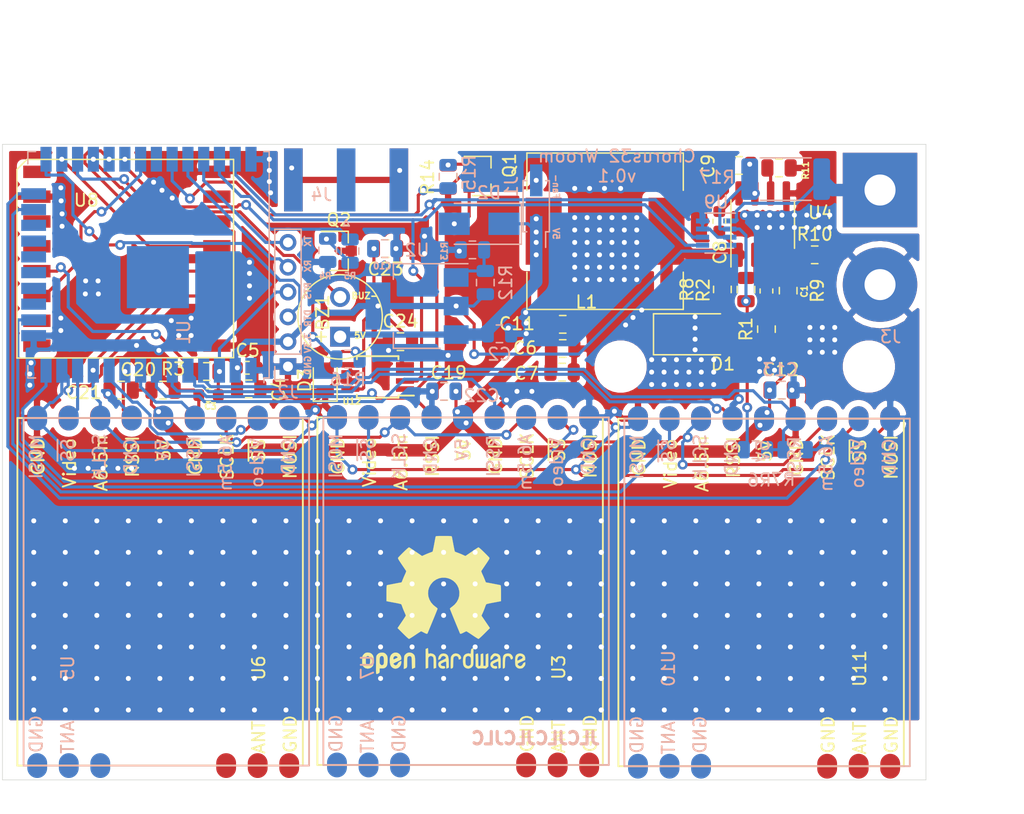
<source format=kicad_pcb>
(kicad_pcb (version 20171130) (host pcbnew 5.1.4)
  (layers (0 F.Cu signal) (31 B.Cu signal) (34 B.Paste user) (35 F.Paste user) (36 B.SilkS user) (37 F.SilkS user) (38 B.Mask user) (39 F.Mask user) (44 Edge.Cuts user))
  (net 0 "")
  (net 1 +5V)
  (net 2 "Net-(BZ1-Pad2)")
  (net 3 GND)
  (net 4 /RTS)
  (net 5 +3V3)
  (net 6 /BEEPER)
  (net 7 /DTR)
  (net 8 /ADC1)
  (net 9 /ADC2)
  (net 10 /ADC3)
  (net 11 /ADC4)
  (net 12 "Net-(U1-Pad20)")
  (net 13 "Net-(U1-Pad21)")
  (net 14 "Net-(U1-Pad22)")
  (net 15 /CS4)
  (net 16 /CS3)
  (net 17 /CS1)
  (net 18 /CS2)
  (net 19 /CLK)
  (net 20 "Net-(U1-Pad32)")
  (net 21 /RX0)
  (net 22 /TX0)
  (net 23 /MOSI)
  (net 24 "Net-(U3-Pad11)")
  (net 25 "Net-(U5-Pad11)")
  (net 26 "Net-(U6-Pad11)")
  (net 27 "Net-(U7-Pad11)")
  (net 28 "Net-(C1-Pad2)")
  (net 29 "Net-(C1-Pad1)")
  (net 30 "Net-(C8-Pad1)")
  (net 31 "Net-(C8-Pad2)")
  (net 32 +28V)
  (net 33 "Net-(R2-Pad2)")
  (net 34 "Net-(R10-Pad1)")
  (net 35 "Net-(R11-Pad2)")
  (net 36 "Net-(R12-Pad2)")
  (net 37 /LORA_RST)
  (net 38 /LORA_CS)
  (net 39 /LORA_IRQ)
  (net 40 "Net-(U8-Pad8)")
  (net 41 "Net-(U8-Pad7)")
  (net 42 "Net-(U8-Pad4)")
  (net 43 "Net-(U8-Pad3)")
  (net 44 "Net-(U8-Pad1)")
  (net 45 "Net-(U8-Pad15)")
  (net 46 "Net-(D2-Pad2)")
  (net 47 "Net-(Q1-Pad1)")
  (net 48 "Net-(Q2-Pad1)")
  (net 49 /FAN_CONTROL)
  (net 50 "Net-(U3-Pad2)")
  (net 51 "Net-(U3-Pad3)")
  (net 52 "Net-(U5-Pad2)")
  (net 53 "Net-(U5-Pad3)")
  (net 54 "Net-(U6-Pad2)")
  (net 55 "Net-(U6-Pad3)")
  (net 56 "Net-(U7-Pad2)")
  (net 57 "Net-(U7-Pad3)")
  (net 58 "Net-(D3-Pad2)")
  (net 59 "Net-(R16-Pad1)")
  (net 60 "Net-(U3-Pad12)")
  (net 61 "Net-(U3-Pad10)")
  (net 62 "Net-(U5-Pad12)")
  (net 63 "Net-(U5-Pad10)")
  (net 64 "Net-(U6-Pad12)")
  (net 65 "Net-(U6-Pad10)")
  (net 66 "Net-(U7-Pad12)")
  (net 67 "Net-(U7-Pad10)")
  (net 68 +BATT)
  (net 69 /ADC6)
  (net 70 /SCL)
  (net 71 /SDA)
  (net 72 /ADC5)
  (net 73 "Net-(U10-Pad2)")
  (net 74 "Net-(U10-Pad3)")
  (net 75 /CS5)
  (net 76 "Net-(U10-Pad12)")
  (net 77 "Net-(U10-Pad11)")
  (net 78 "Net-(U10-Pad10)")
  (net 79 "Net-(U11-Pad2)")
  (net 80 "Net-(U11-Pad3)")
  (net 81 /CS6)
  (net 82 "Net-(U11-Pad12)")
  (net 83 "Net-(U11-Pad11)")
  (net 84 "Net-(U11-Pad10)")
  (net 85 "Net-(U1-Pad19)")
  (net 86 "Net-(U1-Pad18)")
  (net 87 "Net-(U1-Pad17)")
  (net 88 "Net-(U12-Pad3)")
  (net 89 "Net-(J4-Pad1)")
  (net 90 "Net-(J4-Pad2)")
  (net 91 /MISO)
  (module Diode_SMD:D_SMA (layer B.Cu) (at 69.15 59.2 180)
    (fp_text reference D2 (at -0.8 2.5) (layer B.SilkS) (effects (justify mirror)))
    (fp_text value D)
    (pad 2 smd rect (at 2 0 180) (size 2.5 1.8) (layers B.Cu B.Paste B.Mask) (net 46 "Net-(D2-Pad2)"))
    (pad 1 smd rect (at -2 0 180) (size 2.5 1.8) (layers B.Cu B.Paste B.Mask) (net 1 +5V))
  )
  (module Symbol:OSHW-Logo2_14.6x12mm_SilkScreen (layer F.Cu) (at 66.3 89.9)
    (fp_text reference REF** hide)
    (fp_text value OSHW-Logo2_14.6x12mm_SilkScreen hide)
  )
  (module MountingHole:MountingHole_3.2mm_M3 (layer F.Cu) (at 80.55 70.7)
    (fp_text reference H2 hide)
    (fp_text value MountingHole)
    (pad 1 np_thru_hole circle (at 0 0) (size 3.2 3.2) (drill 3.2) (layers *.Cu *.Mask))
  )
  (module MountingHole:MountingHole_3.2mm_M3 (layer F.Cu) (at 100.55 70.7)
    (fp_text reference H1 hide)
    (fp_text value MountingHole)
    (pad 1 np_thru_hole circle (at 0 0) (size 3.2 3.2) (drill 3.2) (layers *.Cu *.Mask))
  )
  (module Resistor_SMD:R_0805_2012Metric (layer B.Cu) (at 58.5875 70.1)
    (fp_text reference R16 (at 0 1.65) (layer B.SilkS) (effects (justify mirror)))
    (fp_text value 1k)
    (pad 2 smd roundrect (at 0.9375 0) (size 0.975 1.4) (layers B.Cu B.Paste B.Mask) (net 58 "Net-(D3-Pad2)"))
    (pad 1 smd roundrect (at -0.9375 0) (size 0.975 1.4) (layers B.Cu B.Paste B.Mask) (net 59 "Net-(R16-Pad1)"))
  )
  (module Resistor_SMD:R_0805_2012Metric (layer B.Cu) (at 66.65 55.4 90)
    (fp_text reference R15 (at 0.3 1.7 270) (layer B.SilkS) (effects (justify mirror)))
    (fp_text value 1k)
    (pad 2 smd roundrect (at 0.9375 0 90) (size 0.975 1.4) (layers B.Cu B.Paste B.Mask) (net 47 "Net-(Q1-Pad1)"))
    (pad 1 smd roundrect (at -0.9375 0 90) (size 0.975 1.4) (layers B.Cu B.Paste B.Mask) (net 49 /FAN_CONTROL))
  )
  (module Resistor_SMD:R_0805_2012Metric (layer F.Cu) (at 66.65 55.4375 90)
    (fp_text reference R14 (at 0 -1.65 90) (layer F.SilkS))
    (fp_text value 10k)
    (pad 2 smd roundrect (at 0.9375 0 90) (size 0.975 1.4) (layers F.Cu F.Paste F.Mask) (net 47 "Net-(Q1-Pad1)"))
    (pad 1 smd roundrect (at -0.9375 0 90) (size 0.975 1.4) (layers F.Cu F.Paste F.Mask) (net 3 GND))
  )
  (module Resistor_SMD:R_0805_2012Metric (layer B.Cu) (at 68.6125 61.3)
    (fp_text reference R13 (at -2.2625 0.1 90) (layer B.SilkS) (effects (font (size 0.5 0.5) (thickness 0.125)) (justify mirror)))
    (fp_text value 390)
    (pad 2 smd roundrect (at 0.9375 0) (size 0.975 1.4) (layers B.Cu B.Paste B.Mask) (net 36 "Net-(R12-Pad2)"))
    (pad 1 smd roundrect (at -0.9375 0) (size 0.975 1.4) (layers B.Cu B.Paste B.Mask) (net 3 GND))
  )
  (module Resistor_SMD:R_0805_2012Metric (layer B.Cu) (at 69.65 63.9375 90)
    (fp_text reference R12 (at 0 1.65 90) (layer B.SilkS) (effects (justify mirror)))
    (fp_text value 240)
    (pad 2 smd roundrect (at 0.9375 0 90) (size 0.975 1.4) (layers B.Cu B.Paste B.Mask) (net 36 "Net-(R12-Pad2)"))
    (pad 1 smd roundrect (at -0.9375 0 90) (size 0.975 1.4) (layers B.Cu B.Paste B.Mask) (net 5 +3V3))
  )
  (module Resistor_SMD:R_0805_2012Metric (layer F.Cu) (at 93.3125 54.7 180)
    (fp_text reference R11 (at -2.1375 -0.2 270) (layer F.SilkS) (effects (font (size 0.5 0.5) (thickness 0.125))))
    (fp_text value 100k)
    (pad 2 smd roundrect (at 0.9375 0 180) (size 0.975 1.4) (layers F.Cu F.Paste F.Mask) (net 35 "Net-(R11-Pad2)"))
    (pad 1 smd roundrect (at -0.9375 0 180) (size 0.975 1.4) (layers F.Cu F.Paste F.Mask) (net 3 GND))
  )
  (module Resistor_SMD:R_0805_2012Metric (layer F.Cu) (at 96.1875 61.7)
    (fp_text reference R10 (at 0 -1.65) (layer F.SilkS))
    (fp_text value 40.2k)
    (pad 2 smd roundrect (at 0.9375 0) (size 0.975 1.4) (layers F.Cu F.Paste F.Mask) (net 3 GND))
    (pad 1 smd roundrect (at -0.9375 0) (size 0.975 1.4) (layers F.Cu F.Paste F.Mask) (net 34 "Net-(R10-Pad1)"))
  )
  (module Resistor_SMD:R_0805_2012Metric (layer F.Cu) (at 94.05 64.5875 270)
    (fp_text reference R9 (at 0 -2.35 270) (layer F.SilkS))
    (fp_text value 210k)
    (pad 2 smd roundrect (at 0.9375 0 270) (size 0.975 1.4) (layers F.Cu F.Paste F.Mask) (net 1 +5V))
    (pad 1 smd roundrect (at -0.9375 0 270) (size 0.975 1.4) (layers F.Cu F.Paste F.Mask) (net 34 "Net-(R10-Pad1)"))
  )
  (module Resistor_SMD:R_0805_2012Metric (layer F.Cu) (at 88.75 64.4875 90)
    (fp_text reference R8 (at -0.0125 -2.85 90) (layer F.SilkS))
    (fp_text value 59k)
    (pad 2 smd roundrect (at 0.9375 0 90) (size 0.975 1.4) (layers F.Cu F.Paste F.Mask) (net 33 "Net-(R2-Pad2)"))
    (pad 1 smd roundrect (at -0.9375 0 90) (size 0.975 1.4) (layers F.Cu F.Paste F.Mask) (net 3 GND))
  )
  (module Resistor_SMD:R_0805_2012Metric (layer B.Cu) (at 94.6125 77.4 180)
    (fp_text reference R7 (at 0.9625 -2.4) (layer B.SilkS) (effects (justify mirror)))
    (fp_text value 10k)
    (pad 2 smd roundrect (at 0.9375 0 180) (size 0.975 1.4) (layers B.Cu B.Paste B.Mask) (net 72 /ADC5))
    (pad 1 smd roundrect (at -0.9375 0 180) (size 0.975 1.4) (layers B.Cu B.Paste B.Mask) (net 3 GND))
  )
  (module Resistor_SMD:R_0805_2012Metric (layer B.Cu) (at 91.4125 77.4 180)
    (fp_text reference R6 (at -0.3125 -2.45) (layer B.SilkS) (effects (justify mirror)))
    (fp_text value 240k)
    (pad 2 smd roundrect (at 0.9375 0 180) (size 0.975 1.4) (layers B.Cu B.Paste B.Mask) (net 32 +28V))
    (pad 1 smd roundrect (at -0.9375 0 180) (size 0.975 1.4) (layers B.Cu B.Paste B.Mask) (net 72 /ADC5))
  )
  (module Resistor_SMD:R_0805_2012Metric (layer B.Cu) (at 58.75 61.4 270)
    (fp_text reference R5 (at 2 0) (layer B.SilkS) (effects (font (size 0.5 0.5) (thickness 0.125)) (justify mirror)))
    (fp_text value 1k)
    (pad 2 smd roundrect (at 0.9375 0 270) (size 0.975 1.4) (layers B.Cu B.Paste B.Mask) (net 48 "Net-(Q2-Pad1)"))
    (pad 1 smd roundrect (at -0.9375 0 270) (size 0.975 1.4) (layers B.Cu B.Paste B.Mask) (net 6 /BEEPER))
  )
  (module Resistor_SMD:R_0805_2012Metric (layer B.Cu) (at 56.95 61.3375 90)
    (fp_text reference R4 (at -2.0625 -0.2) (layer B.SilkS) (effects (font (size 0.5 0.5) (thickness 0.125)) (justify mirror)))
    (fp_text value 10k)
    (pad 2 smd roundrect (at 0.9375 0 90) (size 0.975 1.4) (layers B.Cu B.Paste B.Mask) (net 48 "Net-(Q2-Pad1)"))
    (pad 1 smd roundrect (at -0.9375 0 90) (size 0.975 1.4) (layers B.Cu B.Paste B.Mask) (net 3 GND))
  )
  (module Resistor_SMD:R_0805_2012Metric (layer F.Cu) (at 47.2125 71.1)
    (fp_text reference R3 (at -2.7125 -0.2) (layer F.SilkS))
    (fp_text value 10k)
    (pad 2 smd roundrect (at 0.9375 0) (size 0.975 1.4) (layers F.Cu F.Paste F.Mask) (net 4 /RTS))
    (pad 1 smd roundrect (at -0.9375 0) (size 0.975 1.4) (layers F.Cu F.Paste F.Mask) (net 5 +3V3))
  )
  (module Resistor_SMD:R_0805_2012Metric (layer F.Cu) (at 90.65 64.5 90)
    (fp_text reference R2 (at -0.05 -3.45 90) (layer F.SilkS))
    (fp_text value 100k)
    (pad 2 smd roundrect (at 0.9375 0 90) (size 0.975 1.4) (layers F.Cu F.Paste F.Mask) (net 33 "Net-(R2-Pad2)"))
    (pad 1 smd roundrect (at -0.9375 0 90) (size 0.975 1.4) (layers F.Cu F.Paste F.Mask) (net 32 +28V))
  )
  (module Resistor_SMD:R_0805_2012Metric (layer F.Cu) (at 92.3 67.6875 90)
    (fp_text reference R1 (at 0 -1.65 90) (layer F.SilkS))
    (fp_text value 100k)
    (pad 2 smd roundrect (at 0.9375 0 90) (size 0.975 1.4) (layers F.Cu F.Paste F.Mask) (net 28 "Net-(C1-Pad2)"))
    (pad 1 smd roundrect (at -0.9375 0 90) (size 0.975 1.4) (layers F.Cu F.Paste F.Mask) (net 3 GND))
  )
  (module my:sx1276_module (layer F.Cu) (at 40.02 62.015 270)
    (fp_text reference U8 (at -4.715 2.52) (layer F.SilkS))
    (fp_text value SX127_module)
    (pad 8 smd rect (at 7 6.5 270) (size 1 2.2) (layers F.Cu F.Paste F.Mask) (net 40 "Net-(U8-Pad8)"))
    (pad 9 smd rect (at 7 -8 270) (size 1 2.2) (layers F.Cu F.Paste F.Mask) (net 3 GND))
    (pad 7 smd rect (at 5 6.5 270) (size 1 2.2) (layers F.Cu F.Paste F.Mask) (net 41 "Net-(U8-Pad7)"))
    (pad 10 smd rect (at 5 -8 270) (size 1 2.2) (layers F.Cu F.Paste F.Mask) (net 91 /MISO))
    (pad 6 smd rect (at 3 6.5 270) (size 1 2.2) (layers F.Cu F.Paste F.Mask) (net 39 /LORA_IRQ))
    (pad 11 smd rect (at 3 -8 270) (size 1 2.2) (layers F.Cu F.Paste F.Mask) (net 23 /MOSI))
    (pad 5 smd rect (at 1 6.5 270) (size 1 2.2) (layers F.Cu F.Paste F.Mask) (net 5 +3V3))
    (pad 12 smd rect (at 1 -8 270) (size 1 2.2) (layers F.Cu F.Paste F.Mask) (net 19 /CLK))
    (pad 4 smd rect (at -1 6.5 270) (size 1 2.2) (layers F.Cu F.Paste F.Mask) (net 42 "Net-(U8-Pad4)"))
    (pad 13 smd rect (at -1 -8 270) (size 1 2.2) (layers F.Cu F.Paste F.Mask) (net 38 /LORA_CS))
    (pad 3 smd rect (at -3 6.5 270) (size 1 2.2) (layers F.Cu F.Paste F.Mask) (net 43 "Net-(U8-Pad3)"))
    (pad 14 smd rect (at -3 -8 270) (size 1 2.2) (layers F.Cu F.Paste F.Mask) (net 37 /LORA_RST))
    (pad 2 smd rect (at -5 6.5 270) (size 1 2.2) (layers F.Cu F.Paste F.Mask) (net 3 GND))
    (pad 15 smd rect (at -5 -8 270) (size 1 2.2) (layers F.Cu F.Paste F.Mask) (net 45 "Net-(U8-Pad15)"))
    (pad 1 smd rect (at -7 6.5 270) (size 1 2.2) (layers F.Cu F.Paste F.Mask) (net 44 "Net-(U8-Pad1)"))
    (pad 16 smd rect (at -7 -8 270) (size 1 2.2) (layers F.Cu F.Paste F.Mask) (net 3 GND))
  )
  (module Package_TO_SOT_SMD:SOT-223 (layer B.Cu) (at 64.15 65.825 180)
    (fp_text reference U2 (at 0 4.5) (layer B.SilkS) (effects (justify mirror)))
    (fp_text value AMS1117)
    (pad 1 smd rect (at -3.15 2.3 180) (size 2 1.5) (layers B.Cu B.Paste B.Mask) (net 36 "Net-(R12-Pad2)"))
    (pad 3 smd rect (at -3.15 -2.3 180) (size 2 1.5) (layers B.Cu B.Paste B.Mask) (net 1 +5V))
    (pad 2 smd rect (at -3.15 0 180) (size 2 1.5) (layers B.Cu B.Paste B.Mask) (net 5 +3V3))
    (pad 4 smd rect (at 3.15 0 180) (size 2 3.8) (layers B.Cu B.Paste B.Mask) (net 5 +3V3))
  )
  (module RF_Module:ESP32-WROOM-32U (layer B.Cu) (at 42.515 62.5 90)
    (fp_text reference U1 (at -5.45 2.835 -90) (layer B.SilkS) (effects (justify mirror)))
    (fp_text value ESP32-WROOM-32U)
    (pad 39 smd rect (at -1 0.755 90) (size 5 5) (layers B.Cu B.Paste B.Mask))
    (pad 1 smd rect (at -8.5 8.255 90) (size 2 0.9) (layers B.Cu B.Paste B.Mask) (net 3 GND))
    (pad 2 smd rect (at -8.5 6.985 90) (size 2 0.9) (layers B.Cu B.Paste B.Mask) (net 5 +3V3))
    (pad 3 smd rect (at -8.5 5.715 90) (size 2 0.9) (layers B.Cu B.Paste B.Mask) (net 4 /RTS))
    (pad 4 smd rect (at -8.5 4.445 90) (size 2 0.9) (layers B.Cu B.Paste B.Mask) (net 72 /ADC5))
    (pad 5 smd rect (at -8.5 3.175 90) (size 2 0.9) (layers B.Cu B.Paste B.Mask) (net 69 /ADC6))
    (pad 6 smd rect (at -8.5 1.905 90) (size 2 0.9) (layers B.Cu B.Paste B.Mask) (net 10 /ADC3))
    (pad 7 smd rect (at -8.5 0.635 90) (size 2 0.9) (layers B.Cu B.Paste B.Mask) (net 11 /ADC4))
    (pad 8 smd rect (at -8.5 -0.635 90) (size 2 0.9) (layers B.Cu B.Paste B.Mask) (net 9 /ADC2))
    (pad 9 smd rect (at -8.5 -1.905 90) (size 2 0.9) (layers B.Cu B.Paste B.Mask) (net 8 /ADC1))
    (pad 10 smd rect (at -8.5 -3.175 90) (size 2 0.9) (layers B.Cu B.Paste B.Mask) (net 17 /CS1))
    (pad 11 smd rect (at -8.5 -4.445 90) (size 2 0.9) (layers B.Cu B.Paste B.Mask) (net 19 /CLK))
    (pad 12 smd rect (at -8.5 -5.715 90) (size 2 0.9) (layers B.Cu B.Paste B.Mask) (net 18 /CS2))
    (pad 13 smd rect (at -8.5 -6.985 90) (size 2 0.9) (layers B.Cu B.Paste B.Mask) (net 23 /MOSI))
    (pad 14 smd rect (at -8.5 -8.255 90) (size 2 0.9) (layers B.Cu B.Paste B.Mask) (net 15 /CS4))
    (pad 15 smd rect (at -5.715 -9.255 180) (size 2 0.9) (layers B.Cu B.Paste B.Mask) (net 3 GND))
    (pad 16 smd rect (at -4.445 -9.255) (size 2 0.9) (layers B.Cu B.Paste B.Mask) (net 16 /CS3))
    (pad 17 smd rect (at -3.175 -9.255) (size 2 0.9) (layers B.Cu B.Paste B.Mask) (net 87 "Net-(U1-Pad17)"))
    (pad 18 smd rect (at -1.905 -9.255) (size 2 0.9) (layers B.Cu B.Paste B.Mask) (net 86 "Net-(U1-Pad18)"))
    (pad 19 smd rect (at -0.635 -9.255) (size 2 0.9) (layers B.Cu B.Paste B.Mask) (net 85 "Net-(U1-Pad19)"))
    (pad 20 smd rect (at 0.635 -9.255) (size 2 0.9) (layers B.Cu B.Paste B.Mask) (net 12 "Net-(U1-Pad20)"))
    (pad 21 smd rect (at 1.905 -9.255) (size 2 0.9) (layers B.Cu B.Paste B.Mask) (net 13 "Net-(U1-Pad21)"))
    (pad 22 smd rect (at 3.175 -9.255) (size 2 0.9) (layers B.Cu B.Paste B.Mask) (net 14 "Net-(U1-Pad22)"))
    (pad 23 smd rect (at 4.445 -9.255) (size 2 0.9) (layers B.Cu B.Paste B.Mask) (net 75 /CS5))
    (pad 24 smd rect (at 5.715 -9.255) (size 2 0.9) (layers B.Cu B.Paste B.Mask) (net 81 /CS6))
    (pad 25 smd rect (at 8.5 -8.255 90) (size 2 0.9) (layers B.Cu B.Paste B.Mask) (net 7 /DTR))
    (pad 26 smd rect (at 8.5 -6.985 90) (size 2 0.9) (layers B.Cu B.Paste B.Mask) (net 38 /LORA_CS))
    (pad 27 smd rect (at 8.5 -5.715 90) (size 2 0.9) (layers B.Cu B.Paste B.Mask) (net 59 "Net-(R16-Pad1)"))
    (pad 28 smd rect (at 8.5 -4.445 90) (size 2 0.9) (layers B.Cu B.Paste B.Mask) (net 37 /LORA_RST))
    (pad 29 smd rect (at 8.5 -3.175 90) (size 2 0.9) (layers B.Cu B.Paste B.Mask) (net 91 /MISO))
    (pad 30 smd rect (at 8.5 -1.905 90) (size 2 0.9) (layers B.Cu B.Paste B.Mask) (net 6 /BEEPER))
    (pad 31 smd rect (at 8.5 -0.635 90) (size 2 0.9) (layers B.Cu B.Paste B.Mask) (net 39 /LORA_IRQ))
    (pad 32 smd rect (at 8.5 0.635 90) (size 2 0.9) (layers B.Cu B.Paste B.Mask) (net 20 "Net-(U1-Pad32)"))
    (pad 33 smd rect (at 8.5 1.905 90) (size 2 0.9) (layers B.Cu B.Paste B.Mask) (net 49 /FAN_CONTROL))
    (pad 34 smd rect (at 8.5 3.175 90) (size 2 0.9) (layers B.Cu B.Paste B.Mask) (net 21 /RX0))
    (pad 35 smd rect (at 8.5 4.445 90) (size 2 0.9) (layers B.Cu B.Paste B.Mask) (net 22 /TX0))
    (pad 36 smd rect (at 8.5 5.715 90) (size 2 0.9) (layers B.Cu B.Paste B.Mask) (net 70 /SCL))
    (pad 37 smd rect (at 8.5 6.985 90) (size 2 0.9) (layers B.Cu B.Paste B.Mask) (net 71 /SDA))
    (pad 38 smd rect (at 8.5 8.255 90) (size 2 0.9) (layers B.Cu B.Paste B.Mask) (net 3 GND))
  )
  (module Package_TO_SOT_SMD:SOT-23 (layer F.Cu) (at 57.85 61.38)
    (fp_text reference Q2 (at 0 -2.5) (layer F.SilkS))
    (fp_text value Q_NMOS_GSD)
    (pad 3 smd rect (at 1 0) (size 0.9 0.8) (layers F.Cu F.Paste F.Mask) (net 3 GND))
    (pad 2 smd rect (at -1 0.95) (size 0.9 0.8) (layers F.Cu F.Paste F.Mask) (net 2 "Net-(BZ1-Pad2)"))
    (pad 1 smd rect (at -1 -0.95) (size 0.9 0.8) (layers F.Cu F.Paste F.Mask) (net 48 "Net-(Q2-Pad1)"))
  )
  (module Package_TO_SOT_SMD:SOT-23 (layer F.Cu) (at 69.35 55.35)
    (fp_text reference Q1 (at 2.25 -0.85 90) (layer F.SilkS))
    (fp_text value Q_NMOS_GSD)
    (pad 3 smd rect (at 1 0) (size 0.9 0.8) (layers F.Cu F.Paste F.Mask) (net 3 GND))
    (pad 2 smd rect (at -1 0.95) (size 0.9 0.8) (layers F.Cu F.Paste F.Mask) (net 46 "Net-(D2-Pad2)"))
    (pad 1 smd rect (at -1 -0.95) (size 0.9 0.8) (layers F.Cu F.Paste F.Mask) (net 47 "Net-(Q1-Pad1)"))
  )
  (module Connector_Coaxial:SMA_Amphenol_132289_EdgeMount (layer B.Cu) (at 58.435 55.665 90)
    (fp_text reference J4 (at -1.185 -1.985) (layer B.SilkS) (effects (justify mirror)))
    (fp_text value Conn_Coaxial)
    (pad 1 smd rect (at 0 0) (size 1.5 5.08) (layers B.Cu B.Paste B.Mask) (net 89 "Net-(J4-Pad1)"))
    (pad 2 smd rect (at 0 4.25) (size 1.5 5.08) (layers B.Cu B.Paste B.Mask) (net 90 "Net-(J4-Pad2)"))
    (pad 2 smd rect (at 0 -4.25) (size 1.5 5.08) (layers B.Cu B.Paste B.Mask) (net 90 "Net-(J4-Pad2)"))
    (pad 2 smd rect (at 0 4.25) (size 1.5 5.08) (layers F.Cu F.Paste F.Mask) (net 90 "Net-(J4-Pad2)"))
    (pad 2 smd rect (at 0 -4.25) (size 1.5 5.08) (layers F.Cu F.Paste F.Mask) (net 90 "Net-(J4-Pad2)"))
  )
  (module Connector_PinHeader_2.00mm:PinHeader_1x06_P2.00mm_Vertical (layer B.Cu) (at 53.75 70.7)
    (fp_text reference J2 (at 0 2.06) (layer B.SilkS) (effects (justify mirror)))
    (fp_text value Programming)
    (pad 6 thru_hole oval (at 0 -10) (size 1.35 1.35) (drill 0.8) (layers *.Cu *.Mask) (net 22 /TX0))
    (pad 5 thru_hole oval (at 0 -8) (size 1.35 1.35) (drill 0.8) (layers *.Cu *.Mask) (net 21 /RX0))
    (pad 4 thru_hole oval (at 0 -6) (size 1.35 1.35) (drill 0.8) (layers *.Cu *.Mask) (net 4 /RTS))
    (pad 3 thru_hole oval (at 0 -4) (size 1.35 1.35) (drill 0.8) (layers *.Cu *.Mask) (net 7 /DTR))
    (pad 2 thru_hole oval (at 0 -2) (size 1.35 1.35) (drill 0.8) (layers *.Cu *.Mask) (net 5 +3V3))
    (pad 1 thru_hole rect (at 0 0) (size 1.35 1.35) (drill 0.8) (layers *.Cu *.Mask) (net 3 GND))
  )
  (module Connector_PinHeader_2.00mm:PinHeader_2x01_P2.00mm_Vertical_SMD (layer B.Cu) (at 73.75 57.785 90)
    (fp_text reference J1 (at 1.585 -2 90) (layer B.SilkS) (effects (justify mirror)))
    (fp_text value Fan_connector)
    (pad 2 smd rect (at 2.085 0 90) (size 2.58 1) (layers B.Cu B.Paste B.Mask) (net 46 "Net-(D2-Pad2)"))
    (pad 1 smd rect (at -2.085 0 90) (size 2.58 1) (layers B.Cu B.Paste B.Mask) (net 1 +5V))
  )
  (module LED_SMD:LED_0805_2012Metric (layer F.Cu) (at 56.75 71.8 90)
    (fp_text reference D3 (at 0 -1.65 90) (layer F.SilkS))
    (fp_text value LED)
    (pad 2 smd roundrect (at 0.9375 0 90) (size 0.975 1.4) (layers F.Cu F.Paste F.Mask) (net 58 "Net-(D3-Pad2)"))
    (pad 1 smd roundrect (at -0.9375 0 90) (size 0.975 1.4) (layers F.Cu F.Paste F.Mask) (net 3 GND))
  )
  (module Capacitor_SMD:C_0805_2012Metric (layer F.Cu) (at 62.8125 68.7)
    (fp_text reference C24 (at 0 -1.65) (layer F.SilkS))
    (fp_text value 10µF)
    (pad 2 smd roundrect (at 0.9375 0) (size 0.975 1.4) (layers F.Cu F.Paste F.Mask) (net 5 +3V3))
    (pad 1 smd roundrect (at -0.9375 0) (size 0.975 1.4) (layers F.Cu F.Paste F.Mask) (net 3 GND))
  )
  (module Capacitor_SMD:C_0805_2012Metric (layer F.Cu) (at 61.6125 61.2 180)
    (fp_text reference C23 (at 0 -1.65) (layer F.SilkS))
    (fp_text value 10µF)
    (pad 2 smd roundrect (at 0.9375 0 180) (size 0.975 1.4) (layers F.Cu F.Paste F.Mask) (net 5 +3V3))
    (pad 1 smd roundrect (at -0.9375 0 180) (size 0.975 1.4) (layers F.Cu F.Paste F.Mask) (net 3 GND))
  )
  (module Capacitor_SMD:C_0805_2012Metric (layer F.Cu) (at 40.3125 72.6 180)
    (fp_text reference C21 (at 3.0125 -0.2) (layer F.SilkS))
    (fp_text value 10µF)
    (pad 2 smd roundrect (at 0.9375 0 180) (size 0.975 1.4) (layers F.Cu F.Paste F.Mask) (net 3 GND))
    (pad 1 smd roundrect (at -0.9375 0 180) (size 0.975 1.4) (layers F.Cu F.Paste F.Mask) (net 1 +5V))
  )
  (module Capacitor_SMD:C_0805_2012Metric (layer B.Cu) (at 61.55 61.2)
    (fp_text reference C10 (at -0.2 1.4) (layer B.SilkS) (effects (font (size 0.5 0.5) (thickness 0.125)) (justify mirror)))
    (fp_text value 10µF)
    (pad 2 smd roundrect (at 0.9375 0) (size 0.975 1.4) (layers B.Cu B.Paste B.Mask) (net 3 GND))
    (pad 1 smd roundrect (at -0.9375 0) (size 0.975 1.4) (layers B.Cu B.Paste B.Mask) (net 5 +3V3))
  )
  (module Capacitor_SMD:C_0603_1608Metric (layer F.Cu) (at 50.4625 70.8 180)
    (fp_text reference C5 (at -0.0375 1.4) (layer F.SilkS))
    (fp_text value 0.1µF)
    (pad 2 smd roundrect (at 0.7875 0 180) (size 0.875 0.95) (layers F.Cu F.Paste F.Mask) (net 5 +3V3))
    (pad 1 smd roundrect (at -0.7875 0 180) (size 0.875 0.95) (layers F.Cu F.Paste F.Mask) (net 3 GND))
  )
  (module Capacitor_SMD:C_0805_2012Metric (layer F.Cu) (at 50.5875 72.5 180)
    (fp_text reference C4 (at -2.4125 -0.05 90) (layer F.SilkS))
    (fp_text value 10µF)
    (pad 2 smd roundrect (at 0.9375 0 180) (size 0.975 1.4) (layers F.Cu F.Paste F.Mask) (net 5 +3V3))
    (pad 1 smd roundrect (at -0.9375 0 180) (size 0.975 1.4) (layers F.Cu F.Paste F.Mask) (net 3 GND))
  )
  (module Capacitor_SMD:C_0603_1608Metric (layer F.Cu) (at 47.35 73 180)
    (fp_text reference C3 (at -0.15 -0.9) (layer F.SilkS) (effects (font (size 0.5 0.5) (thickness 0.125))))
    (fp_text value 0.1µF)
    (pad 2 smd roundrect (at 0.7875 0 180) (size 0.875 0.95) (layers F.Cu F.Paste F.Mask) (net 3 GND))
    (pad 1 smd roundrect (at -0.7875 0 180) (size 0.875 0.95) (layers F.Cu F.Paste F.Mask) (net 4 /RTS))
  )
  (module Capacitor_SMD:C_0805_2012Metric (layer B.Cu) (at 70.7875 68.0625)
    (fp_text reference C2 (at 0 1.65 180) (layer B.SilkS) (effects (justify mirror)))
    (fp_text value 10µF)
    (pad 2 smd roundrect (at 0.9375 0) (size 0.975 1.4) (layers B.Cu B.Paste B.Mask) (net 3 GND))
    (pad 1 smd roundrect (at -0.9375 0) (size 0.975 1.4) (layers B.Cu B.Paste B.Mask) (net 1 +5V))
  )
  (module Buzzer_Beeper:MagneticBuzzer_Kingstate_KCG0601 (layer F.Cu) (at 57.95 68.3 90)
    (fp_text reference BZ1 (at 1.95 -1.4 90) (layer F.SilkS))
    (fp_text value Buzzer)
    (fp_text user + (at 0 -1.6 90) (layer F.SilkS))
    (pad 2 thru_hole circle (at 3.2 0 90) (size 1.6 1.6) (drill 1) (layers *.Cu *.Mask) (net 2 "Net-(BZ1-Pad2)"))
    (pad 1 thru_hole rect (at 0 0 90) (size 1.6 1.6) (drill 1) (layers *.Cu *.Mask) (net 1 +5V))
  )
  (module Package_TO_SOT_SMD:SOT-23-8 (layer B.Cu) (at 88.25 59.95 180)
    (fp_text reference U9 (at 0 2.5) (layer B.SilkS) (effects (justify mirror)))
    (fp_text value ina219)
    (pad 8 smd rect (at 1.1 0.98 180) (size 1.06 0.4) (layers B.Cu B.Paste B.Mask) (net 3 GND))
    (pad 7 smd rect (at 1.1 0.33 180) (size 1.06 0.4) (layers B.Cu B.Paste B.Mask) (net 3 GND))
    (pad 6 smd rect (at 1.1 -0.33 180) (size 1.06 0.4) (layers B.Cu B.Paste B.Mask) (net 71 /SDA))
    (pad 5 smd rect (at 1.1 -0.98 180) (size 1.06 0.4) (layers B.Cu B.Paste B.Mask) (net 70 /SCL))
    (pad 4 smd rect (at -1.1 -0.98 180) (size 1.06 0.4) (layers B.Cu B.Paste B.Mask) (net 5 +3V3))
    (pad 3 smd rect (at -1.1 -0.33 180) (size 1.06 0.4) (layers B.Cu B.Paste B.Mask) (net 3 GND))
    (pad 2 smd rect (at -1.1 0.33 180) (size 1.06 0.4) (layers B.Cu B.Paste B.Mask) (net 32 +28V))
    (pad 1 smd rect (at -1.1 0.98 180) (size 1.06 0.4) (layers B.Cu B.Paste B.Mask) (net 68 +BATT))
  )
  (module Resistor_SMD:R_2512_6332Metric (layer B.Cu) (at 93.85 55.6 180)
    (fp_text reference R17 (at 5.55 0.15) (layer B.SilkS) (effects (justify mirror)))
    (fp_text value Shunt)
    (pad 2 smd roundrect (at 2.9 0 180) (size 1.35 3.35) (layers B.Cu B.Paste B.Mask) (roundrect_rratio 0.185185) (net 32 +28V))
    (pad 1 smd roundrect (at -2.9 0 180) (size 1.35 3.35) (layers B.Cu B.Paste B.Mask) (roundrect_rratio 0.185185) (net 68 +BATT))
  )
  (module Capacitor_SMD:C_0805_2012Metric (layer B.Cu) (at 93.55 72.6)
    (fp_text reference C13 (at -0.15 -1.65) (layer B.SilkS) (effects (justify mirror)))
    (fp_text value 10µF)
    (pad 2 smd roundrect (at 0.9375 0) (size 0.975 1.4) (layers B.Cu B.Paste B.Mask) (net 3 GND))
    (pad 1 smd roundrect (at -0.9375 0) (size 0.975 1.4) (layers B.Cu B.Paste B.Mask) (net 1 +5V))
  )
  (module Capacitor_SMD:C_0805_2012Metric (layer F.Cu) (at 93.4875 72.6)
    (fp_text reference C12 (at 0 -1.65) (layer F.SilkS))
    (fp_text value 10µF)
    (pad 2 smd roundrect (at 0.9375 0) (size 0.975 1.4) (layers F.Cu F.Paste F.Mask) (net 3 GND))
    (pad 1 smd roundrect (at -0.9375 0) (size 0.975 1.4) (layers F.Cu F.Paste F.Mask) (net 1 +5V))
  )
  (module Inductor_SMD:L_12x12mm_H6mm (layer F.Cu) (at 79.3 59.8 180)
    (fp_text reference L1 (at 1.5 -5.7) (layer F.SilkS))
    (fp_text value 22µH)
    (pad 2 smd rect (at 4.95 0 180) (size 2.9 5.4) (layers F.Cu F.Paste F.Mask) (net 1 +5V))
    (pad 1 smd rect (at -4.95 0 180) (size 2.9 5.4) (layers F.Cu F.Paste F.Mask) (net 31 "Net-(C8-Pad2)"))
  )
  (module Capacitor_SMD:C_0805_2012Metric (layer F.Cu) (at 75.8875 67.3 180)
    (fp_text reference C11 (at 3.6875 0.05) (layer F.SilkS))
    (fp_text value 10µF)
    (pad 2 smd roundrect (at 0.9375 0 180) (size 0.975 1.4) (layers F.Cu F.Paste F.Mask) (net 1 +5V))
    (pad 1 smd roundrect (at -0.9375 0 180) (size 0.975 1.4) (layers F.Cu F.Paste F.Mask) (net 3 GND))
  )
  (module Package_SO:MSOP-8_3x3mm_P0.65mm (layer F.Cu) (at 60.975 71.54 180)
    (fp_text reference U12 (at 2.075 -1.96) (layer F.SilkS) (effects (font (size 0.5 0.5) (thickness 0.125))))
    (fp_text value MCP9804_MSOP)
    (pad 1 smd rect (at -2.2 -0.975 180) (size 1.45 0.45) (layers F.Cu F.Paste F.Mask) (net 71 /SDA))
    (pad 2 smd rect (at -2.2 -0.325 180) (size 1.45 0.45) (layers F.Cu F.Paste F.Mask) (net 70 /SCL))
    (pad 3 smd rect (at -2.2 0.325 180) (size 1.45 0.45) (layers F.Cu F.Paste F.Mask) (net 88 "Net-(U12-Pad3)"))
    (pad 4 smd rect (at -2.2 0.975 180) (size 1.45 0.45) (layers F.Cu F.Paste F.Mask) (net 3 GND))
    (pad 5 smd rect (at 2.2 0.975 180) (size 1.45 0.45) (layers F.Cu F.Paste F.Mask) (net 3 GND))
    (pad 6 smd rect (at 2.2 0.325 180) (size 1.45 0.45) (layers F.Cu F.Paste F.Mask) (net 3 GND))
    (pad 7 smd rect (at 2.2 -0.325 180) (size 1.45 0.45) (layers F.Cu F.Paste F.Mask) (net 3 GND))
    (pad 8 smd rect (at 2.2 -0.975 180) (size 1.45 0.45) (layers F.Cu F.Paste F.Mask) (net 5 +3V3))
  )
  (module my:rx5808 (layer F.Cu) (at 103.37 102.9 90)
    (fp_text reference U11 (at 7.874 -3.556 90) (layer F.SilkS))
    (fp_text value RX5808)
    (fp_text user GND (at 2.54 -6.096 90) (layer F.SilkS))
    (fp_text user GND (at 2.54 -1.016 90) (layer F.SilkS))
    (fp_text user ANT (at 2.286 -3.556 90) (layer F.SilkS))
    (fp_text user ~SS (at 25.4 -3.556 90) (layer F.SilkS))
    (fp_text user MOSI (at 24.892 -1.016 90) (layer F.SilkS))
    (fp_text user SCLK (at 24.892 -6.096 90) (layer F.SilkS))
    (fp_text user GND (at 24.892 -8.636 90) (layer F.SilkS))
    (fp_text user 5V (at 25.4 -11.176 90) (layer F.SilkS))
    (fp_text user RSSI (at 24.892 -13.716 90) (layer F.SilkS))
    (fp_text user A6.5m (at 24.384 -16.256 90) (layer F.SilkS))
    (fp_text user Video (at 24.384 -18.796 90) (layer F.SilkS))
    (fp_text user GND (at 24.892 -21.336 90) (layer F.SilkS))
    (pad 1 smd oval (at 28 -21.42 90) (size 2 1.6) (layers F.Cu F.Paste F.Mask) (net 3 GND))
    (pad 2 smd oval (at 28 -18.88 90) (size 2 1.6) (layers F.Cu F.Paste F.Mask) (net 79 "Net-(U11-Pad2)"))
    (pad 3 smd oval (at 28 -16.34 90) (size 2 1.6) (layers F.Cu F.Paste F.Mask) (net 80 "Net-(U11-Pad3)"))
    (pad 4 smd oval (at 28 -13.8 90) (size 2 1.6) (layers F.Cu F.Paste F.Mask) (net 69 /ADC6))
    (pad 5 smd oval (at 28 -11.26 90) (size 2 1.6) (layers F.Cu F.Paste F.Mask) (net 1 +5V))
    (pad 6 smd oval (at 28 -8.72 90) (size 2 1.6) (layers F.Cu F.Paste F.Mask) (net 3 GND))
    (pad 7 smd oval (at 28 -6.18 90) (size 2 1.6) (layers F.Cu F.Paste F.Mask) (net 19 /CLK))
    (pad 8 smd oval (at 28 -3.64 90) (size 2 1.6) (layers F.Cu F.Paste F.Mask) (net 81 /CS6))
    (pad 12 smd oval (at 0 -1.1 90) (size 2 1.6) (layers F.Cu F.Paste F.Mask) (net 82 "Net-(U11-Pad12)"))
    (pad 11 smd oval (at 0 -3.64 90) (size 2 1.6) (layers F.Cu F.Paste F.Mask) (net 83 "Net-(U11-Pad11)"))
    (pad 10 smd oval (at 0 -6.18 90) (size 2 1.6) (layers F.Cu F.Paste F.Mask) (net 84 "Net-(U11-Pad10)"))
    (pad 9 smd oval (at 28 -1.1 90) (size 2 1.6) (layers F.Cu F.Paste F.Mask) (net 23 /MOSI))
  )
  (module my:rx5808 (layer B.Cu) (at 80.85 102.9 90)
    (fp_text reference U10 (at 7.874 3.556 90) (layer B.SilkS) (effects (justify mirror)))
    (fp_text value RX5808)
    (fp_text user GND (at 2.54 6.096 90) (layer B.SilkS) (effects (justify mirror)))
    (fp_text user GND (at 2.54 1.016 90) (layer B.SilkS) (effects (justify mirror)))
    (fp_text user ANT (at 2.286 3.556 90) (layer B.SilkS) (effects (justify mirror)))
    (fp_text user ~SS (at 25.4 3.556 90) (layer B.SilkS) (effects (justify mirror)))
    (fp_text user MOSI (at 24.892 1.016 90) (layer B.SilkS) (effects (justify mirror)))
    (fp_text user SCLK (at 24.892 6.096 90) (layer B.SilkS) (effects (justify mirror)))
    (fp_text user GND (at 24.892 8.636 90) (layer B.SilkS) (effects (justify mirror)))
    (fp_text user 5V (at 25.4 11.176 90) (layer B.SilkS) (effects (justify mirror)))
    (fp_text user RSSI (at 24.892 13.716 90) (layer B.SilkS) (effects (justify mirror)))
    (fp_text user A6.5m (at 24.384 16.256 90) (layer B.SilkS) (effects (justify mirror)))
    (fp_text user Video (at 24.384 18.796 90) (layer B.SilkS) (effects (justify mirror)))
    (fp_text user GND (at 24.892 21.336 90) (layer B.SilkS) (effects (justify mirror)))
    (pad 1 smd oval (at 28 21.42 90) (size 2 1.6) (layers B.Cu B.Paste B.Mask) (net 3 GND))
    (pad 2 smd oval (at 28 18.88 90) (size 2 1.6) (layers B.Cu B.Paste B.Mask) (net 73 "Net-(U10-Pad2)"))
    (pad 3 smd oval (at 28 16.34 90) (size 2 1.6) (layers B.Cu B.Paste B.Mask) (net 74 "Net-(U10-Pad3)"))
    (pad 4 smd oval (at 28 13.8 90) (size 2 1.6) (layers B.Cu B.Paste B.Mask) (net 72 /ADC5))
    (pad 5 smd oval (at 28 11.26 90) (size 2 1.6) (layers B.Cu B.Paste B.Mask) (net 1 +5V))
    (pad 6 smd oval (at 28 8.72 90) (size 2 1.6) (layers B.Cu B.Paste B.Mask) (net 3 GND))
    (pad 7 smd oval (at 28 6.18 90) (size 2 1.6) (layers B.Cu B.Paste B.Mask) (net 19 /CLK))
    (pad 8 smd oval (at 28 3.64 90) (size 2 1.6) (layers B.Cu B.Paste B.Mask) (net 75 /CS5))
    (pad 12 smd oval (at 0 1.1 90) (size 2 1.6) (layers B.Cu B.Paste B.Mask) (net 76 "Net-(U10-Pad12)"))
    (pad 11 smd oval (at 0 3.64 90) (size 2 1.6) (layers B.Cu B.Paste B.Mask) (net 77 "Net-(U10-Pad11)"))
    (pad 10 smd oval (at 0 6.18 90) (size 2 1.6) (layers B.Cu B.Paste B.Mask) (net 78 "Net-(U10-Pad10)"))
    (pad 9 smd oval (at 28 1.1 90) (size 2 1.6) (layers B.Cu B.Paste B.Mask) (net 23 /MOSI))
  )
  (module Package_SO:SOIC-8_3.9x4.9mm_P1.27mm (layer F.Cu) (at 92 59.225 90)
    (fp_text reference U4 (at 0.925 4.65) (layer F.SilkS))
    (fp_text value MP1584)
    (pad 8 smd roundrect (at 2.475 -1.905 90) (size 1.95 0.6) (layers F.Cu F.Paste F.Mask) (net 30 "Net-(C8-Pad1)"))
    (pad 7 smd roundrect (at 2.475 -0.635 90) (size 1.95 0.6) (layers F.Cu F.Paste F.Mask) (net 32 +28V))
    (pad 6 smd roundrect (at 2.475 0.635 90) (size 1.95 0.6) (layers F.Cu F.Paste F.Mask) (net 35 "Net-(R11-Pad2)"))
    (pad 5 smd roundrect (at 2.475 1.905 90) (size 1.95 0.6) (layers F.Cu F.Paste F.Mask) (net 3 GND))
    (pad 4 smd roundrect (at -2.475 1.905 90) (size 1.95 0.6) (layers F.Cu F.Paste F.Mask) (net 34 "Net-(R10-Pad1)"))
    (pad 3 smd roundrect (at -2.475 0.635 90) (size 1.95 0.6) (layers F.Cu F.Paste F.Mask) (net 29 "Net-(C1-Pad1)"))
    (pad 2 smd roundrect (at -2.475 -0.635 90) (size 1.95 0.6) (layers F.Cu F.Paste F.Mask) (net 33 "Net-(R2-Pad2)"))
    (pad 1 smd roundrect (at -2.475 -1.905 90) (size 1.95 0.6) (layers F.Cu F.Paste F.Mask) (net 31 "Net-(C8-Pad2)"))
  )
  (module Connector_Wire:SolderWirePad_1x02_P7.62mm_Drill2.5mm (layer B.Cu) (at 101.45 56.48 270)
    (fp_text reference J3 (at 11.82 -0.85) (layer B.SilkS) (effects (justify mirror)))
    (fp_text value "input power")
    (pad 2 thru_hole circle (at 7.62 0 270) (size 5.99948 5.99948) (drill 2.49936) (layers *.Cu *.Mask) (net 3 GND))
    (pad 1 thru_hole rect (at 0 0 270) (size 5.99948 5.99948) (drill 2.49936) (layers *.Cu *.Mask) (net 68 +BATT))
  )
  (module Diode_SMD:D_SMA (layer F.Cu) (at 86.6 68.1)
    (fp_text reference D1 (at 2.2 2.4) (layer F.SilkS))
    (fp_text value D_Schottky)
    (pad 2 smd rect (at 2 0) (size 2.5 1.8) (layers F.Cu F.Paste F.Mask) (net 3 GND))
    (pad 1 smd rect (at -2 0) (size 2.5 1.8) (layers F.Cu F.Paste F.Mask) (net 31 "Net-(C8-Pad2)"))
  )
  (module Capacitor_SMD:C_0805_2012Metric (layer B.Cu) (at 66.3125 72.7 180)
    (fp_text reference C22 (at -3.0375 -0.34 180) (layer B.SilkS) (effects (justify mirror)))
    (fp_text value 10µF)
    (pad 2 smd roundrect (at 0.9375 0 180) (size 0.975 1.4) (layers B.Cu B.Paste B.Mask) (net 3 GND))
    (pad 1 smd roundrect (at -0.9375 0 180) (size 0.975 1.4) (layers B.Cu B.Paste B.Mask) (net 1 +5V))
  )
  (module Capacitor_SMD:C_0805_2012Metric (layer F.Cu) (at 43.6875 72.6)
    (fp_text reference C20 (at -1.9875 -1.65) (layer F.SilkS))
    (fp_text value 10µF)
    (pad 2 smd roundrect (at 0.9375 0) (size 0.975 1.4) (layers F.Cu F.Paste F.Mask) (net 3 GND))
    (pad 1 smd roundrect (at -0.9375 0) (size 0.975 1.4) (layers F.Cu F.Paste F.Mask) (net 1 +5V))
  )
  (module Capacitor_SMD:C_0805_2012Metric (layer F.Cu) (at 66.35 72.7 180)
    (fp_text reference C19 (at -0.35 1.5) (layer F.SilkS))
    (fp_text value 10µF)
    (pad 2 smd roundrect (at 0.9375 0 180) (size 0.975 1.4) (layers F.Cu F.Paste F.Mask) (net 3 GND))
    (pad 1 smd roundrect (at -0.9375 0 180) (size 0.975 1.4) (layers F.Cu F.Paste F.Mask) (net 1 +5V))
  )
  (module Capacitor_SMD:C_0805_2012Metric (layer F.Cu) (at 90.0875 54.5 180)
    (fp_text reference C9 (at 2.4875 -0.05 90) (layer F.SilkS))
    (fp_text value 10µF)
    (pad 2 smd roundrect (at 0.9375 0 180) (size 0.975 1.4) (layers F.Cu F.Paste F.Mask) (net 3 GND))
    (pad 1 smd roundrect (at -0.9375 0 180) (size 0.975 1.4) (layers F.Cu F.Paste F.Mask) (net 32 +28V))
  )
  (module Capacitor_SMD:C_0603_1608Metric (layer F.Cu) (at 88.5 59 270)
    (fp_text reference C8 (at 2.51 -0.058 270) (layer F.SilkS))
    (fp_text value 0.1µF)
    (pad 2 smd roundrect (at 0.7875 0 270) (size 0.875 0.95) (layers F.Cu F.Paste F.Mask) (net 31 "Net-(C8-Pad2)"))
    (pad 1 smd roundrect (at -0.7875 0 270) (size 0.875 0.95) (layers F.Cu F.Paste F.Mask) (net 30 "Net-(C8-Pad1)"))
  )
  (module Capacitor_SMD:C_0805_2012Metric (layer F.Cu) (at 75.8375 71.15 180)
    (fp_text reference C7 (at 2.8875 -0.1) (layer F.SilkS))
    (fp_text value 10µF)
    (pad 2 smd roundrect (at 0.9375 0 180) (size 0.975 1.4) (layers F.Cu F.Paste F.Mask) (net 1 +5V))
    (pad 1 smd roundrect (at -0.9375 0 180) (size 0.975 1.4) (layers F.Cu F.Paste F.Mask) (net 3 GND))
  )
  (module Capacitor_SMD:C_0805_2012Metric (layer F.Cu) (at 75.8875 69.25 180)
    (fp_text reference C6 (at 3.0375 0.05) (layer F.SilkS))
    (fp_text value 10µF)
    (pad 2 smd roundrect (at 0.9375 0 180) (size 0.975 1.4) (layers F.Cu F.Paste F.Mask) (net 1 +5V))
    (pad 1 smd roundrect (at -0.9375 0 180) (size 0.975 1.4) (layers F.Cu F.Paste F.Mask) (net 3 GND))
  )
  (module Capacitor_SMD:C_0603_1608Metric (layer F.Cu) (at 92.3 64.6125 270)
    (fp_text reference C1 (at 0.0375 -3.05 270) (layer F.SilkS) (effects (font (size 0.5 0.5) (thickness 0.125))))
    (fp_text value 150pF)
    (pad 2 smd roundrect (at 0.7875 0 270) (size 0.875 0.95) (layers F.Cu F.Paste F.Mask) (net 28 "Net-(C1-Pad2)"))
    (pad 1 smd roundrect (at -0.7875 0 270) (size 0.875 0.95) (layers F.Cu F.Paste F.Mask) (net 29 "Net-(C1-Pad1)"))
  )
  (module my:rx5808 (layer B.Cu) (at 56.6 102.8 90)
    (fp_text reference U7 (at 7.874 3.556 90) (layer B.SilkS) (effects (justify mirror)))
    (fp_text value RX5808)
    (fp_text user GND (at 2.54 6.096 90) (layer B.SilkS) (effects (justify mirror)))
    (fp_text user GND (at 2.54 1.016 90) (layer B.SilkS) (effects (justify mirror)))
    (fp_text user ANT (at 2.286 3.556 90) (layer B.SilkS) (effects (justify mirror)))
    (fp_text user ~SS (at 25.4 3.556 90) (layer B.SilkS) (effects (justify mirror)))
    (fp_text user MOSI (at 24.892 1.016 90) (layer B.SilkS) (effects (justify mirror)))
    (fp_text user SCLK (at 24.892 6.096 90) (layer B.SilkS) (effects (justify mirror)))
    (fp_text user GND (at 24.892 8.636 90) (layer B.SilkS) (effects (justify mirror)))
    (fp_text user 5V (at 25.4 11.176 90) (layer B.SilkS) (effects (justify mirror)))
    (fp_text user RSSI (at 24.892 13.716 90) (layer B.SilkS) (effects (justify mirror)))
    (fp_text user A6.5m (at 24.384 16.256 90) (layer B.SilkS) (effects (justify mirror)))
    (fp_text user Video (at 24.384 18.796 90) (layer B.SilkS) (effects (justify mirror)))
    (fp_text user GND (at 24.892 21.336 90) (layer B.SilkS) (effects (justify mirror)))
    (pad 1 smd oval (at 28 21.42 90) (size 2 1.6) (layers B.Cu B.Paste B.Mask) (net 3 GND))
    (pad 2 smd oval (at 28 18.88 90) (size 2 1.6) (layers B.Cu B.Paste B.Mask) (net 56 "Net-(U7-Pad2)"))
    (pad 3 smd oval (at 28 16.34 90) (size 2 1.6) (layers B.Cu B.Paste B.Mask) (net 57 "Net-(U7-Pad3)"))
    (pad 4 smd oval (at 28 13.8 90) (size 2 1.6) (layers B.Cu B.Paste B.Mask) (net 11 /ADC4))
    (pad 5 smd oval (at 28 11.26 90) (size 2 1.6) (layers B.Cu B.Paste B.Mask) (net 1 +5V))
    (pad 6 smd oval (at 28 8.72 90) (size 2 1.6) (layers B.Cu B.Paste B.Mask) (net 3 GND))
    (pad 7 smd oval (at 28 6.18 90) (size 2 1.6) (layers B.Cu B.Paste B.Mask) (net 19 /CLK))
    (pad 8 smd oval (at 28 3.64 90) (size 2 1.6) (layers B.Cu B.Paste B.Mask) (net 15 /CS4))
    (pad 12 smd oval (at 0 1.1 90) (size 2 1.6) (layers B.Cu B.Paste B.Mask) (net 66 "Net-(U7-Pad12)"))
    (pad 11 smd oval (at 0 3.64 90) (size 2 1.6) (layers B.Cu B.Paste B.Mask) (net 27 "Net-(U7-Pad11)"))
    (pad 10 smd oval (at 0 6.18 90) (size 2 1.6) (layers B.Cu B.Paste B.Mask) (net 67 "Net-(U7-Pad10)"))
    (pad 9 smd oval (at 28 1.1 90) (size 2 1.6) (layers B.Cu B.Paste B.Mask) (net 23 /MOSI))
  )
  (module my:rx5808 (layer F.Cu) (at 54.95 102.85 90)
    (fp_text reference U6 (at 7.874 -3.556 90) (layer F.SilkS))
    (fp_text value RX5808)
    (fp_text user GND (at 24.892 -21.336 90) (layer F.SilkS))
    (fp_text user GND (at 2.54 -1.016 90) (layer F.SilkS))
    (fp_text user ANT (at 2.286 -3.556 90) (layer F.SilkS))
    (fp_text user ~SS (at 25.4 -3.556 90) (layer F.SilkS))
    (fp_text user MOSI (at 24.892 -1.016 90) (layer F.SilkS))
    (fp_text user SCLK (at 24.892 -6.096 90) (layer F.SilkS))
    (fp_text user GND (at 24.892 -8.636 90) (layer F.SilkS))
    (fp_text user 5V (at 25.4 -11.176 90) (layer F.SilkS))
    (fp_text user RSSI (at 24.892 -13.716 90) (layer F.SilkS))
    (fp_text user A6.5m (at 24.384 -16.256 90) (layer F.SilkS))
    (fp_text user Video (at 24.384 -18.796 90) (layer F.SilkS))
    (fp_text user GND (at 24.892 -21.336 90) (layer F.SilkS))
    (pad 1 smd oval (at 28 -21.42 90) (size 2 1.6) (layers F.Cu F.Paste F.Mask) (net 3 GND))
    (pad 2 smd oval (at 28 -18.88 90) (size 2 1.6) (layers F.Cu F.Paste F.Mask) (net 54 "Net-(U6-Pad2)"))
    (pad 3 smd oval (at 28 -16.34 90) (size 2 1.6) (layers F.Cu F.Paste F.Mask) (net 55 "Net-(U6-Pad3)"))
    (pad 4 smd oval (at 28 -13.8 90) (size 2 1.6) (layers F.Cu F.Paste F.Mask) (net 8 /ADC1))
    (pad 5 smd oval (at 28 -11.26 90) (size 2 1.6) (layers F.Cu F.Paste F.Mask) (net 1 +5V))
    (pad 6 smd oval (at 28 -8.72 90) (size 2 1.6) (layers F.Cu F.Paste F.Mask) (net 3 GND))
    (pad 7 smd oval (at 28 -6.18 90) (size 2 1.6) (layers F.Cu F.Paste F.Mask) (net 19 /CLK))
    (pad 8 smd oval (at 28 -3.64 90) (size 2 1.6) (layers F.Cu F.Paste F.Mask) (net 17 /CS1))
    (pad 12 smd oval (at 0 -1.1 90) (size 2 1.6) (layers F.Cu F.Paste F.Mask) (net 64 "Net-(U6-Pad12)"))
    (pad 11 smd oval (at 0 -3.64 90) (size 2 1.6) (layers F.Cu F.Paste F.Mask) (net 26 "Net-(U6-Pad11)"))
    (pad 10 smd oval (at 0 -6.18 90) (size 2 1.6) (layers F.Cu F.Paste F.Mask) (net 65 "Net-(U6-Pad10)"))
    (pad 9 smd oval (at 28 -1.1 90) (size 2 1.6) (layers F.Cu F.Paste F.Mask) (net 23 /MOSI))
  )
  (module my:rx5808 (layer B.Cu) (at 32.45 102.85 90)
    (fp_text reference U5 (at 7.874 3.556 270) (layer B.SilkS) (effects (justify mirror)))
    (fp_text value RX5808)
    (fp_text user GND (at 24.892 21.336 270) (layer B.SilkS) (effects (justify mirror)))
    (fp_text user GND (at 2.54 1.016 90) (layer B.SilkS) (effects (justify mirror)))
    (fp_text user ANT (at 2.286 3.556 270) (layer B.SilkS) (effects (justify mirror)))
    (fp_text user ~SS (at 25.4 3.556 270) (layer B.SilkS) (effects (justify mirror)))
    (fp_text user MOSI (at 24.892 1.016 270) (layer B.SilkS) (effects (justify mirror)))
    (fp_text user SCLK (at 24.892 6.096 270) (layer B.SilkS) (effects (justify mirror)))
    (fp_text user GND (at 24.892 8.636 90) (layer B.SilkS) (effects (justify mirror)))
    (fp_text user 5V (at 25.4 11.176 270) (layer B.SilkS) (effects (justify mirror)))
    (fp_text user RSSI (at 24.892 13.716 270) (layer B.SilkS) (effects (justify mirror)))
    (fp_text user A6.5m (at 24.384 16.256 270) (layer B.SilkS) (effects (justify mirror)))
    (fp_text user Video (at 24.384 18.796 270) (layer B.SilkS) (effects (justify mirror)))
    (fp_text user GND (at 24.892 21.336 90) (layer B.SilkS) (effects (justify mirror)))
    (pad 1 smd oval (at 28 21.42 90) (size 2 1.6) (layers B.Cu B.Paste B.Mask) (net 3 GND))
    (pad 2 smd oval (at 28 18.88 90) (size 2 1.6) (layers B.Cu B.Paste B.Mask) (net 52 "Net-(U5-Pad2)"))
    (pad 3 smd oval (at 28 16.34 90) (size 2 1.6) (layers B.Cu B.Paste B.Mask) (net 53 "Net-(U5-Pad3)"))
    (pad 4 smd oval (at 28 13.8 90) (size 2 1.6) (layers B.Cu B.Paste B.Mask) (net 9 /ADC2))
    (pad 5 smd oval (at 28 11.26 90) (size 2 1.6) (layers B.Cu B.Paste B.Mask) (net 1 +5V))
    (pad 6 smd oval (at 28 8.72 90) (size 2 1.6) (layers B.Cu B.Paste B.Mask) (net 3 GND))
    (pad 7 smd oval (at 28 6.18 90) (size 2 1.6) (layers B.Cu B.Paste B.Mask) (net 19 /CLK))
    (pad 8 smd oval (at 28 3.64 90) (size 2 1.6) (layers B.Cu B.Paste B.Mask) (net 18 /CS2))
    (pad 12 smd oval (at 0 1.1 90) (size 2 1.6) (layers B.Cu B.Paste B.Mask) (net 62 "Net-(U5-Pad12)"))
    (pad 11 smd oval (at 0 3.64 90) (size 2 1.6) (layers B.Cu B.Paste B.Mask) (net 25 "Net-(U5-Pad11)"))
    (pad 10 smd oval (at 0 6.18 90) (size 2 1.6) (layers B.Cu B.Paste B.Mask) (net 63 "Net-(U5-Pad10)"))
    (pad 9 smd oval (at 28 1.1 90) (size 2 1.6) (layers B.Cu B.Paste B.Mask) (net 23 /MOSI))
  )
  (module my:rx5808 (layer F.Cu) (at 79.12 102.8 90)
    (fp_text reference U3 (at 7.874 -3.556 90) (layer F.SilkS))
    (fp_text value RX5808)
    (fp_text user GND (at 2.54 -6.096 90) (layer F.SilkS))
    (fp_text user GND (at 2.54 -1.016 90) (layer F.SilkS))
    (fp_text user ANT (at 2.286 -3.556 90) (layer F.SilkS))
    (fp_text user ~SS (at 25.4 -3.556 90) (layer F.SilkS))
    (fp_text user MOSI (at 24.892 -1.016 90) (layer F.SilkS))
    (fp_text user SCLK (at 24.892 -6.096 90) (layer F.SilkS))
    (fp_text user GND (at 24.892 -8.636 90) (layer F.SilkS))
    (fp_text user 5V (at 25.4 -11.176 90) (layer F.SilkS))
    (fp_text user RSSI (at 24.892 -13.716 90) (layer F.SilkS))
    (fp_text user A6.5m (at 24.384 -16.256 90) (layer F.SilkS))
    (fp_text user Video (at 24.384 -18.796 90) (layer F.SilkS))
    (fp_text user GND (at 24.892 -21.336 90) (layer F.SilkS))
    (pad 1 smd oval (at 28 -21.42 90) (size 2 1.6) (layers F.Cu F.Paste F.Mask) (net 3 GND))
    (pad 2 smd oval (at 28 -18.88 90) (size 2 1.6) (layers F.Cu F.Paste F.Mask) (net 50 "Net-(U3-Pad2)"))
    (pad 3 smd oval (at 28 -16.34 90) (size 2 1.6) (layers F.Cu F.Paste F.Mask) (net 51 "Net-(U3-Pad3)"))
    (pad 4 smd oval (at 28 -13.8 90) (size 2 1.6) (layers F.Cu F.Paste F.Mask) (net 10 /ADC3))
    (pad 5 smd oval (at 28 -11.26 90) (size 2 1.6) (layers F.Cu F.Paste F.Mask) (net 1 +5V))
    (pad 6 smd oval (at 28 -8.72 90) (size 2 1.6) (layers F.Cu F.Paste F.Mask) (net 3 GND))
    (pad 7 smd oval (at 28 -6.18 90) (size 2 1.6) (layers F.Cu F.Paste F.Mask) (net 19 /CLK))
    (pad 8 smd oval (at 28 -3.64 90) (size 2 1.6) (layers F.Cu F.Paste F.Mask) (net 16 /CS3))
    (pad 12 smd oval (at 0 -1.1 90) (size 2 1.6) (layers F.Cu F.Paste F.Mask) (net 60 "Net-(U3-Pad12)"))
    (pad 11 smd oval (at 0 -3.64 90) (size 2 1.6) (layers F.Cu F.Paste F.Mask) (net 24 "Net-(U3-Pad11)"))
    (pad 10 smd oval (at 0 -6.18 90) (size 2 1.6) (layers F.Cu F.Paste F.Mask) (net 61 "Net-(U3-Pad10)"))
    (pad 9 smd oval (at 28 -1.1 90) (size 2 1.6) (layers F.Cu F.Paste F.Mask) (net 23 /MOSI))
  )
  (gr_text BUZ- (at 59.95 65) (layer F.SilkS) (effects (font (size 0.5 0.5) (thickness 0.125))))
  (gr_text 5V (at 59.55 68.2) (layer F.SilkS) (effects (font (size 0.5 0.5) (thickness 0.125))))
  (gr_text 5V (at 75.35 60 270) (layer B.SilkS) (effects (font (size 0.5 0.5) (thickness 0.125)) (justify mirror)))
  (gr_text Fan- (at 75.35 56.2 270) (layer B.SilkS) (effects (font (size 0.5 0.5) (thickness 0.125)) (justify mirror)))
  (gr_text GND (at 55.35 70.6 90) (layer B.SilkS) (effects (font (size 0.5 0.5) (thickness 0.125)) (justify mirror)))
  (gr_text 3.3V (at 55.35 68.8 90) (layer B.SilkS) (effects (font (size 0.5 0.5) (thickness 0.125)) (justify mirror)))
  (gr_text DTR (at 55.35 66.8 90) (layer B.SilkS) (effects (font (size 0.5 0.5) (thickness 0.125)) (justify mirror)))
  (gr_text RTS (at 55.35 64.6 90) (layer B.SilkS) (effects (font (size 0.5 0.5) (thickness 0.125)) (justify mirror)))
  (gr_text RX (at 55.35 62.6 90) (layer B.SilkS) (effects (font (size 0.5 0.5) (thickness 0.125)) (justify mirror)))
  (gr_text TX (at 55.35 60.6 90) (layer B.SilkS) (effects (font (size 0.5 0.5) (thickness 0.125)) (justify mirror)))
  (gr_text "Chorus32 Wroom\nv0.1" (at 80.25 54.55) (layer B.SilkS) (effects (font (size 1 1)) (justify mirror)))
  (gr_text JLCJLCJLCJLC (at 73.7 100.65) (layer B.SilkS) (effects (font (size 1 1) (thickness 0.25)) (justify mirror)))
  (gr_line (start 30.75 52.8) (end 105.15 52.8) (layer Edge.Cuts) (width 0.05))
  (gr_line (start 105.15 104) (end 105.15 52.8) (layer Edge.Cuts) (width 0.05))
  (gr_line (start 30.75 52.8) (end 30.75 104) (layer Edge.Cuts) (width 0.05))
  (gr_line (start 105.15 104) (end 30.75 104) (layer Edge.Cuts) (width 0.05))
  (via (at 73.75 58.8) (size 0.8) (drill 0.4) (layers F.Cu B.Cu) (net 1))
  (via (at 92.55 72.6) (size 0.8) (drill 0.4) (layers F.Cu B.Cu) (net 1))
  (via (at 92.35 74.4) (size 0.8) (drill 0.4) (layers F.Cu B.Cu) (net 1))
  (via (at 43.322 74.334) (size 0.8) (drill 0.4) (layers F.Cu B.Cu) (net 1))
  (segment (start 44.02 75.16) (end 43.71 74.85) (width 0.5) (layer B.Cu) (net 1))
  (segment (start 43.71 75.05) (end 43.905 75.245) (width 1) (layer B.Cu) (net 1))
  (segment (start 43.71 74.85) (end 43.71 75.05) (width 1) (layer B.Cu) (net 1))
  (via (at 73.75 59.87) (size 0.8) (drill 0.4) (layers F.Cu B.Cu) (net 1))
  (segment (start 73.08 59.2) (end 73.75 59.87) (width 0.25) (layer B.Cu) (net 1))
  (segment (start 71.05 59.2) (end 73.08 59.2) (width 0.25) (layer B.Cu) (net 1))
  (segment (start 92.55 74.46) (end 92.11 74.9) (width 0.25) (layer F.Cu) (net 1))
  (segment (start 92.55 72.6) (end 92.55 74.46) (width 0.25) (layer F.Cu) (net 1))
  (segment (start 69.4875 68.125) (end 69.55 68.0625) (width 1) (layer B.Cu) (net 1))
  (segment (start 67.3 68.125) (end 69.4875 68.125) (width 1) (layer B.Cu) (net 1))
  (segment (start 73.75 63.8625) (end 73.75 61.7) (width 1) (layer B.Cu) (net 1))
  (segment (start 69.55 68.0625) (end 73.75 63.8625) (width 1) (layer B.Cu) (net 1))
  (segment (start 73.75 60.7) (end 73.75 59.87) (width 1) (layer B.Cu) (net 1))
  (via (at 73.75 60.7) (size 0.8) (drill 0.4) (layers F.Cu B.Cu) (net 1))
  (segment (start 73.75 61.7) (end 73.75 60.7) (width 1) (layer B.Cu) (net 1))
  (via (at 73.75 61.7) (size 0.8) (drill 0.4) (layers F.Cu B.Cu) (net 1))
  (segment (start 74.35 59.8) (end 74.35 68.31) (width 1) (layer F.Cu) (net 1))
  (segment (start 42.75 73.762) (end 43.322 74.334) (width 0.25) (layer F.Cu) (net 1))
  (segment (start 42.75 72.6) (end 42.75 73.762) (width 0.25) (layer F.Cu) (net 1))
  (segment (start 41.25 72.6) (end 42.75 72.6) (width 0.25) (layer F.Cu) (net 1))
  (segment (start 94.05 71.1) (end 92.55 72.6) (width 0.25) (layer F.Cu) (net 1))
  (segment (start 94.05 65.525) (end 94.05 71.1) (width 0.25) (layer F.Cu) (net 1))
  (segment (start 58.19 68.125) (end 57.95 68.365) (width 0.5) (layer B.Cu) (net 1))
  (segment (start 67.3 68.125) (end 58.19 68.125) (width 0.5) (layer B.Cu) (net 1))
  (segment (start 74.95 67.3) (end 74.95 69.25) (width 1) (layer F.Cu) (net 1))
  (segment (start 74.95 71.1) (end 74.9 71.15) (width 1) (layer F.Cu) (net 1))
  (segment (start 74.95 69.25) (end 74.95 71.1) (width 1) (layer F.Cu) (net 1))
  (segment (start 74.35 67.3125) (end 74.35 68.31) (width 1) (layer F.Cu) (net 1))
  (segment (start 74.3625 67.3) (end 74.35 67.3125) (width 1) (layer F.Cu) (net 1))
  (segment (start 74.95 67.3) (end 74.3625 67.3) (width 1) (layer F.Cu) (net 1))
  (segment (start 67.86 74.8) (end 67.86 75) (width 1) (layer F.Cu) (net 1))
  (segment (start 67.86 75) (end 68.105 75.245) (width 1) (layer F.Cu) (net 1))
  (segment (start 69.66 72.8) (end 67.86 74.6) (width 1) (layer F.Cu) (net 1))
  (segment (start 69.754002 72.8) (end 69.66 72.8) (width 1) (layer F.Cu) (net 1))
  (segment (start 67.86 74.6) (end 67.86 74.8) (width 1) (layer F.Cu) (net 1))
  (segment (start 74.244002 68.31) (end 69.754002 72.8) (width 1) (layer F.Cu) (net 1))
  (segment (start 74.35 68.31) (end 74.244002 68.31) (width 1) (layer F.Cu) (net 1))
  (segment (start 67.2875 74.2275) (end 67.405 74.345) (width 0.25) (layer F.Cu) (net 1))
  (segment (start 67.2875 72.7) (end 67.2875 72.7) (width 0.25) (layer F.Cu) (net 1))
  (segment (start 67.2875 72.7) (end 67.2875 74.2275) (width 0.25) (layer F.Cu) (net 1))
  (via (at 67.2875 72.7) (size 0.8) (drill 0.4) (layers F.Cu B.Cu) (net 1))
  (segment (start 67.405 74.345) (end 67.86 74.8) (width 0.25) (layer F.Cu) (net 1))
  (via (at 67.405 74.345) (size 0.8) (drill 0.4) (layers F.Cu B.Cu) (net 1))
  (via (at 68.105 75.245) (size 0.8) (drill 0.4) (layers F.Cu B.Cu) (net 1))
  (segment (start 89.660002 77.549998) (end 91.78 75.43) (width 1) (layer F.Cu) (net 1))
  (segment (start 92.11 75.1) (end 92.11 74.9) (width 1) (layer F.Cu) (net 1))
  (segment (start 70.409998 77.549998) (end 89.660002 77.549998) (width 1) (layer F.Cu) (net 1))
  (segment (start 68.105 75.245) (end 70.409998 77.549998) (width 1) (layer F.Cu) (net 1))
  (segment (start 43.69 75.05) (end 43.69 74.85) (width 1) (layer F.Cu) (net 1))
  (segment (start 50.11328 77.850021) (end 46.490021 77.850021) (width 1) (layer F.Cu) (net 1))
  (segment (start 65.409999 77.450001) (end 61.845999 77.450001) (width 1) (layer F.Cu) (net 1))
  (segment (start 50.563301 77.4) (end 50.11328 77.850021) (width 1) (layer F.Cu) (net 1))
  (segment (start 61.795998 77.4) (end 50.563301 77.4) (width 1) (layer F.Cu) (net 1))
  (segment (start 67.86 75) (end 65.409999 77.450001) (width 1) (layer F.Cu) (net 1))
  (segment (start 61.845999 77.450001) (end 61.795998 77.4) (width 1) (layer F.Cu) (net 1))
  (segment (start 46.490021 77.850021) (end 43.69 75.05) (width 1) (layer F.Cu) (net 1))
  (segment (start 91.78 75.43) (end 92.11 75.1) (width 1) (layer F.Cu) (net 1))
  (via (at 91.78 75.43) (size 0.8) (drill 0.4) (layers F.Cu B.Cu) (net 1))
  (segment (start 44.105 75.245) (end 44.02 75.16) (width 0.5) (layer B.Cu) (net 1))
  (via (at 44.105 75.245) (size 0.8) (drill 0.4) (layers F.Cu B.Cu) (net 1))
  (segment (start 56.85 64.065) (end 57.95 65.165) (width 0.25) (layer F.Cu) (net 2))
  (segment (start 56.85 62.33) (end 56.85 64.065) (width 0.25) (layer F.Cu) (net 2))
  (via (at 67.55 61.4) (size 0.8) (drill 0.4) (layers F.Cu B.Cu) (net 3))
  (via (at 71.5 67.6) (size 0.8) (drill 0.4) (layers F.Cu B.Cu) (net 3))
  (via (at 39.25 72.9) (size 0.8) (drill 0.4) (layers F.Cu B.Cu) (net 3))
  (via (at 62.45 61.2) (size 0.8) (drill 0.4) (layers F.Cu B.Cu) (net 3))
  (via (at 94.35 72.6) (size 0.8) (drill 0.4) (layers F.Cu B.Cu) (net 3))
  (segment (start 65.375 74.745) (end 65.32 74.8) (width 0.25) (layer B.Cu) (net 3))
  (segment (start 65.375 72.7) (end 65.375 72.7) (width 0.25) (layer B.Cu) (net 3))
  (via (at 33.27 83.13) (size 0.8) (drill 0.4) (layers F.Cu B.Cu) (net 3))
  (via (at 35.81 83.13) (size 0.8) (drill 0.4) (layers F.Cu B.Cu) (net 3))
  (via (at 38.35 83.13) (size 0.8) (drill 0.4) (layers F.Cu B.Cu) (net 3))
  (via (at 40.89 83.13) (size 0.8) (drill 0.4) (layers F.Cu B.Cu) (net 3))
  (via (at 43.43 83.13) (size 0.8) (drill 0.4) (layers F.Cu B.Cu) (net 3))
  (via (at 45.97 83.13) (size 0.8) (drill 0.4) (layers F.Cu B.Cu) (net 3))
  (via (at 48.51 83.13) (size 0.8) (drill 0.4) (layers F.Cu B.Cu) (net 3))
  (via (at 51.05 83.13) (size 0.8) (drill 0.4) (layers F.Cu B.Cu) (net 3))
  (via (at 53.59 83.13) (size 0.8) (drill 0.4) (layers F.Cu B.Cu) (net 3))
  (via (at 56.13 83.13) (size 0.8) (drill 0.4) (layers F.Cu B.Cu) (net 3))
  (via (at 58.67 83.13) (size 0.8) (drill 0.4) (layers F.Cu B.Cu) (net 3))
  (via (at 61.21 83.13) (size 0.8) (drill 0.4) (layers F.Cu B.Cu) (net 3))
  (via (at 63.75 83.13) (size 0.8) (drill 0.4) (layers F.Cu B.Cu) (net 3))
  (via (at 66.29 83.13) (size 0.8) (drill 0.4) (layers F.Cu B.Cu) (net 3))
  (via (at 68.83 83.13) (size 0.8) (drill 0.4) (layers F.Cu B.Cu) (net 3))
  (via (at 71.37 83.13) (size 0.8) (drill 0.4) (layers F.Cu B.Cu) (net 3))
  (via (at 73.91 83.13) (size 0.8) (drill 0.4) (layers F.Cu B.Cu) (net 3))
  (via (at 76.45 83.13) (size 0.8) (drill 0.4) (layers F.Cu B.Cu) (net 3))
  (via (at 78.99 83.13) (size 0.8) (drill 0.4) (layers F.Cu B.Cu) (net 3))
  (via (at 33.27 85.67) (size 0.8) (drill 0.4) (layers F.Cu B.Cu) (net 3))
  (via (at 35.81 85.67) (size 0.8) (drill 0.4) (layers F.Cu B.Cu) (net 3))
  (via (at 38.35 85.67) (size 0.8) (drill 0.4) (layers F.Cu B.Cu) (net 3))
  (via (at 40.89 85.67) (size 0.8) (drill 0.4) (layers F.Cu B.Cu) (net 3))
  (via (at 43.43 85.67) (size 0.8) (drill 0.4) (layers F.Cu B.Cu) (net 3))
  (via (at 45.97 85.67) (size 0.8) (drill 0.4) (layers F.Cu B.Cu) (net 3))
  (via (at 48.51 85.67) (size 0.8) (drill 0.4) (layers F.Cu B.Cu) (net 3))
  (via (at 51.05 85.67) (size 0.8) (drill 0.4) (layers F.Cu B.Cu) (net 3))
  (via (at 53.59 85.67) (size 0.8) (drill 0.4) (layers F.Cu B.Cu) (net 3))
  (via (at 56.13 85.67) (size 0.8) (drill 0.4) (layers F.Cu B.Cu) (net 3))
  (via (at 58.67 85.67) (size 0.8) (drill 0.4) (layers F.Cu B.Cu) (net 3))
  (via (at 61.21 85.67) (size 0.8) (drill 0.4) (layers F.Cu B.Cu) (net 3))
  (via (at 63.75 85.67) (size 0.8) (drill 0.4) (layers F.Cu B.Cu) (net 3))
  (via (at 66.29 85.67) (size 0.8) (drill 0.4) (layers F.Cu B.Cu) (net 3))
  (via (at 68.83 85.67) (size 0.8) (drill 0.4) (layers F.Cu B.Cu) (net 3))
  (via (at 71.37 85.67) (size 0.8) (drill 0.4) (layers F.Cu B.Cu) (net 3))
  (via (at 73.91 85.67) (size 0.8) (drill 0.4) (layers F.Cu B.Cu) (net 3))
  (via (at 76.45 85.67) (size 0.8) (drill 0.4) (layers F.Cu B.Cu) (net 3))
  (via (at 78.99 85.67) (size 0.8) (drill 0.4) (layers F.Cu B.Cu) (net 3))
  (via (at 33.27 88.21) (size 0.8) (drill 0.4) (layers F.Cu B.Cu) (net 3))
  (via (at 35.81 88.21) (size 0.8) (drill 0.4) (layers F.Cu B.Cu) (net 3))
  (via (at 38.35 88.21) (size 0.8) (drill 0.4) (layers F.Cu B.Cu) (net 3))
  (via (at 40.89 88.21) (size 0.8) (drill 0.4) (layers F.Cu B.Cu) (net 3))
  (via (at 43.43 88.21) (size 0.8) (drill 0.4) (layers F.Cu B.Cu) (net 3))
  (via (at 45.97 88.21) (size 0.8) (drill 0.4) (layers F.Cu B.Cu) (net 3))
  (via (at 48.51 88.21) (size 0.8) (drill 0.4) (layers F.Cu B.Cu) (net 3))
  (via (at 51.05 88.21) (size 0.8) (drill 0.4) (layers F.Cu B.Cu) (net 3))
  (via (at 53.59 88.21) (size 0.8) (drill 0.4) (layers F.Cu B.Cu) (net 3))
  (via (at 56.13 88.21) (size 0.8) (drill 0.4) (layers F.Cu B.Cu) (net 3))
  (via (at 58.67 88.21) (size 0.8) (drill 0.4) (layers F.Cu B.Cu) (net 3))
  (via (at 61.21 88.21) (size 0.8) (drill 0.4) (layers F.Cu B.Cu) (net 3))
  (via (at 63.75 88.21) (size 0.8) (drill 0.4) (layers F.Cu B.Cu) (net 3))
  (via (at 66.29 88.21) (size 0.8) (drill 0.4) (layers F.Cu B.Cu) (net 3))
  (via (at 68.83 88.21) (size 0.8) (drill 0.4) (layers F.Cu B.Cu) (net 3))
  (via (at 71.37 88.21) (size 0.8) (drill 0.4) (layers F.Cu B.Cu) (net 3))
  (via (at 73.91 88.21) (size 0.8) (drill 0.4) (layers F.Cu B.Cu) (net 3))
  (via (at 76.45 88.21) (size 0.8) (drill 0.4) (layers F.Cu B.Cu) (net 3))
  (via (at 78.99 88.21) (size 0.8) (drill 0.4) (layers F.Cu B.Cu) (net 3))
  (via (at 33.27 90.75) (size 0.8) (drill 0.4) (layers F.Cu B.Cu) (net 3))
  (via (at 35.81 90.75) (size 0.8) (drill 0.4) (layers F.Cu B.Cu) (net 3))
  (via (at 38.35 90.75) (size 0.8) (drill 0.4) (layers F.Cu B.Cu) (net 3))
  (via (at 40.89 90.75) (size 0.8) (drill 0.4) (layers F.Cu B.Cu) (net 3))
  (via (at 43.43 90.75) (size 0.8) (drill 0.4) (layers F.Cu B.Cu) (net 3))
  (via (at 45.97 90.75) (size 0.8) (drill 0.4) (layers F.Cu B.Cu) (net 3))
  (via (at 48.51 90.75) (size 0.8) (drill 0.4) (layers F.Cu B.Cu) (net 3))
  (via (at 51.05 90.75) (size 0.8) (drill 0.4) (layers F.Cu B.Cu) (net 3))
  (via (at 53.59 90.75) (size 0.8) (drill 0.4) (layers F.Cu B.Cu) (net 3))
  (via (at 56.13 90.75) (size 0.8) (drill 0.4) (layers F.Cu B.Cu) (net 3))
  (via (at 58.67 90.75) (size 0.8) (drill 0.4) (layers F.Cu B.Cu) (net 3))
  (via (at 61.21 90.75) (size 0.8) (drill 0.4) (layers F.Cu B.Cu) (net 3))
  (via (at 63.75 90.75) (size 0.8) (drill 0.4) (layers F.Cu B.Cu) (net 3))
  (via (at 66.29 90.75) (size 0.8) (drill 0.4) (layers F.Cu B.Cu) (net 3))
  (via (at 68.83 90.75) (size 0.8) (drill 0.4) (layers F.Cu B.Cu) (net 3))
  (via (at 71.37 90.75) (size 0.8) (drill 0.4) (layers F.Cu B.Cu) (net 3))
  (via (at 73.91 90.75) (size 0.8) (drill 0.4) (layers F.Cu B.Cu) (net 3))
  (via (at 76.45 90.75) (size 0.8) (drill 0.4) (layers F.Cu B.Cu) (net 3))
  (via (at 78.99 90.75) (size 0.8) (drill 0.4) (layers F.Cu B.Cu) (net 3))
  (via (at 33.27 93.29) (size 0.8) (drill 0.4) (layers F.Cu B.Cu) (net 3))
  (via (at 35.81 93.29) (size 0.8) (drill 0.4) (layers F.Cu B.Cu) (net 3))
  (via (at 38.35 93.29) (size 0.8) (drill 0.4) (layers F.Cu B.Cu) (net 3))
  (via (at 40.89 93.29) (size 0.8) (drill 0.4) (layers F.Cu B.Cu) (net 3))
  (via (at 43.43 93.29) (size 0.8) (drill 0.4) (layers F.Cu B.Cu) (net 3))
  (via (at 45.97 93.29) (size 0.8) (drill 0.4) (layers F.Cu B.Cu) (net 3))
  (via (at 48.51 93.29) (size 0.8) (drill 0.4) (layers F.Cu B.Cu) (net 3))
  (via (at 51.05 93.29) (size 0.8) (drill 0.4) (layers F.Cu B.Cu) (net 3))
  (via (at 53.59 93.29) (size 0.8) (drill 0.4) (layers F.Cu B.Cu) (net 3))
  (via (at 56.13 93.29) (size 0.8) (drill 0.4) (layers F.Cu B.Cu) (net 3))
  (via (at 58.67 93.29) (size 0.8) (drill 0.4) (layers F.Cu B.Cu) (net 3))
  (via (at 61.21 93.29) (size 0.8) (drill 0.4) (layers F.Cu B.Cu) (net 3))
  (via (at 63.75 93.29) (size 0.8) (drill 0.4) (layers F.Cu B.Cu) (net 3))
  (via (at 66.29 93.29) (size 0.8) (drill 0.4) (layers F.Cu B.Cu) (net 3))
  (via (at 68.83 93.29) (size 0.8) (drill 0.4) (layers F.Cu B.Cu) (net 3))
  (via (at 71.37 93.29) (size 0.8) (drill 0.4) (layers F.Cu B.Cu) (net 3))
  (via (at 73.91 93.29) (size 0.8) (drill 0.4) (layers F.Cu B.Cu) (net 3))
  (via (at 76.45 93.29) (size 0.8) (drill 0.4) (layers F.Cu B.Cu) (net 3))
  (via (at 78.99 93.29) (size 0.8) (drill 0.4) (layers F.Cu B.Cu) (net 3))
  (via (at 33.27 95.83) (size 0.8) (drill 0.4) (layers F.Cu B.Cu) (net 3))
  (via (at 35.81 95.83) (size 0.8) (drill 0.4) (layers F.Cu B.Cu) (net 3))
  (via (at 38.35 95.83) (size 0.8) (drill 0.4) (layers F.Cu B.Cu) (net 3))
  (via (at 40.89 95.83) (size 0.8) (drill 0.4) (layers F.Cu B.Cu) (net 3))
  (via (at 43.43 95.83) (size 0.8) (drill 0.4) (layers F.Cu B.Cu) (net 3))
  (via (at 45.97 95.83) (size 0.8) (drill 0.4) (layers F.Cu B.Cu) (net 3))
  (via (at 48.51 95.83) (size 0.8) (drill 0.4) (layers F.Cu B.Cu) (net 3))
  (via (at 51.05 95.83) (size 0.8) (drill 0.4) (layers F.Cu B.Cu) (net 3))
  (via (at 53.59 95.83) (size 0.8) (drill 0.4) (layers F.Cu B.Cu) (net 3))
  (via (at 56.13 95.83) (size 0.8) (drill 0.4) (layers F.Cu B.Cu) (net 3))
  (via (at 58.67 95.83) (size 0.8) (drill 0.4) (layers F.Cu B.Cu) (net 3))
  (via (at 61.21 95.83) (size 0.8) (drill 0.4) (layers F.Cu B.Cu) (net 3))
  (via (at 63.75 95.83) (size 0.8) (drill 0.4) (layers F.Cu B.Cu) (net 3))
  (via (at 66.29 95.83) (size 0.8) (drill 0.4) (layers F.Cu B.Cu) (net 3))
  (via (at 68.83 95.83) (size 0.8) (drill 0.4) (layers F.Cu B.Cu) (net 3))
  (via (at 71.37 95.83) (size 0.8) (drill 0.4) (layers F.Cu B.Cu) (net 3))
  (via (at 73.91 95.83) (size 0.8) (drill 0.4) (layers F.Cu B.Cu) (net 3))
  (via (at 76.45 95.83) (size 0.8) (drill 0.4) (layers F.Cu B.Cu) (net 3))
  (via (at 78.99 95.83) (size 0.8) (drill 0.4) (layers F.Cu B.Cu) (net 3))
  (via (at 33.27 98.37) (size 0.8) (drill 0.4) (layers F.Cu B.Cu) (net 3))
  (via (at 35.81 98.37) (size 0.8) (drill 0.4) (layers F.Cu B.Cu) (net 3))
  (via (at 38.35 98.37) (size 0.8) (drill 0.4) (layers F.Cu B.Cu) (net 3))
  (via (at 40.89 98.37) (size 0.8) (drill 0.4) (layers F.Cu B.Cu) (net 3))
  (via (at 43.43 98.37) (size 0.8) (drill 0.4) (layers F.Cu B.Cu) (net 3))
  (via (at 45.97 98.37) (size 0.8) (drill 0.4) (layers F.Cu B.Cu) (net 3))
  (via (at 48.51 98.37) (size 0.8) (drill 0.4) (layers F.Cu B.Cu) (net 3))
  (via (at 51.05 98.37) (size 0.8) (drill 0.4) (layers F.Cu B.Cu) (net 3))
  (via (at 53.59 98.37) (size 0.8) (drill 0.4) (layers F.Cu B.Cu) (net 3))
  (via (at 56.13 98.37) (size 0.8) (drill 0.4) (layers F.Cu B.Cu) (net 3))
  (via (at 58.67 98.37) (size 0.8) (drill 0.4) (layers F.Cu B.Cu) (net 3))
  (via (at 61.21 98.37) (size 0.8) (drill 0.4) (layers F.Cu B.Cu) (net 3))
  (via (at 63.75 98.37) (size 0.8) (drill 0.4) (layers F.Cu B.Cu) (net 3))
  (via (at 66.29 98.37) (size 0.8) (drill 0.4) (layers F.Cu B.Cu) (net 3))
  (via (at 68.83 98.37) (size 0.8) (drill 0.4) (layers F.Cu B.Cu) (net 3))
  (via (at 71.37 98.37) (size 0.8) (drill 0.4) (layers F.Cu B.Cu) (net 3))
  (via (at 73.91 98.37) (size 0.8) (drill 0.4) (layers F.Cu B.Cu) (net 3))
  (via (at 76.45 98.37) (size 0.8) (drill 0.4) (layers F.Cu B.Cu) (net 3))
  (via (at 78.99 98.37) (size 0.8) (drill 0.4) (layers F.Cu B.Cu) (net 3))
  (segment (start 61.875 69.265) (end 63.175 70.565) (width 0.25) (layer F.Cu) (net 3))
  (segment (start 61.875 68.7) (end 61.875 69.265) (width 0.25) (layer F.Cu) (net 3))
  (segment (start 46.5625 74.5175) (end 46.23 74.85) (width 0.25) (layer F.Cu) (net 3))
  (segment (start 46.5625 73) (end 46.5625 74.5175) (width 0.25) (layer F.Cu) (net 3))
  (segment (start 46.1625 72.6) (end 46.5625 73) (width 0.25) (layer F.Cu) (net 3))
  (segment (start 44.625 72.6) (end 46.1625 72.6) (width 0.25) (layer F.Cu) (net 3))
  (segment (start 51.525 71.075) (end 51.25 70.8) (width 0.25) (layer F.Cu) (net 3))
  (segment (start 51.25 72.225) (end 51.525 72.5) (width 0.25) (layer F.Cu) (net 3))
  (segment (start 51.25 70.8) (end 51.25 72.225) (width 0.25) (layer F.Cu) (net 3))
  (segment (start 87.15 59.62) (end 87.15 58.97) (width 0.25) (layer B.Cu) (net 3))
  (segment (start 88.375002 60.28) (end 87.715002 59.62) (width 0.25) (layer B.Cu) (net 3))
  (segment (start 87.715002 59.62) (end 87.15 59.62) (width 0.25) (layer B.Cu) (net 3))
  (segment (start 89.35 60.28) (end 88.375002 60.28) (width 0.25) (layer B.Cu) (net 3))
  (segment (start 56.75 73.85) (end 57.7 74.8) (width 0.5) (layer F.Cu) (net 3))
  (segment (start 56.75 72.7375) (end 56.75 73.85) (width 0.5) (layer F.Cu) (net 3))
  (segment (start 67.675 55.35) (end 66.65 56.375) (width 0.25) (layer F.Cu) (net 3))
  (segment (start 70.35 55.35) (end 67.675 55.35) (width 0.25) (layer F.Cu) (net 3))
  (via (at 76.85 56.35) (size 0.8) (drill 0.4) (layers F.Cu B.Cu) (net 3))
  (via (at 78.05 56.35) (size 0.8) (drill 0.4) (layers F.Cu B.Cu) (net 3))
  (via (at 79.25 56.35) (size 0.8) (drill 0.4) (layers F.Cu B.Cu) (net 3))
  (via (at 80.55 56.35) (size 0.8) (drill 0.4) (layers F.Cu B.Cu) (net 3))
  (via (at 91.75 70.1) (size 0.8) (drill 0.4) (layers F.Cu B.Cu) (net 3))
  (via (at 92.85 70.1) (size 0.8) (drill 0.4) (layers F.Cu B.Cu) (net 3))
  (via (at 91.75 71.1) (size 0.8) (drill 0.4) (layers F.Cu B.Cu) (net 3))
  (via (at 92.95 71) (size 0.8) (drill 0.4) (layers F.Cu B.Cu) (net 3))
  (segment (start 94.425 74.675) (end 94.65 74.9) (width 0.5) (layer F.Cu) (net 3))
  (segment (start 94.425 72.6) (end 94.425 74.675) (width 0.5) (layer F.Cu) (net 3))
  (via (at 52.25 54) (size 0.8) (drill 0.4) (layers F.Cu B.Cu) (net 3))
  (via (at 52.25 54.9) (size 0.8) (drill 0.4) (layers F.Cu B.Cu) (net 3))
  (via (at 52.25 55.8) (size 0.8) (drill 0.4) (layers F.Cu B.Cu) (net 3))
  (via (at 52.35 56.7) (size 0.8) (drill 0.4) (layers F.Cu B.Cu) (net 3))
  (via (at 50.65 62.3) (size 0.8) (drill 0.4) (layers F.Cu B.Cu) (net 3))
  (via (at 50.65 63.2) (size 0.8) (drill 0.4) (layers F.Cu B.Cu) (net 3))
  (via (at 50.65 64.2) (size 0.8) (drill 0.4) (layers F.Cu B.Cu) (net 3))
  (via (at 50.65 65.2) (size 0.8) (drill 0.4) (layers F.Cu B.Cu) (net 3))
  (via (at 61.85 69.4) (size 0.8) (drill 0.4) (layers F.Cu B.Cu) (net 3))
  (segment (start 61.85 68.725) (end 61.875 68.7) (width 0.25) (layer F.Cu) (net 3))
  (segment (start 61.85 69.4) (end 61.85 68.725) (width 0.25) (layer F.Cu) (net 3))
  (via (at 71.35 73.4) (size 0.8) (drill 0.4) (layers F.Cu B.Cu) (net 3))
  (segment (start 70.4 74.8) (end 70.4 74.35) (width 0.5) (layer F.Cu) (net 3))
  (segment (start 70.4 74.35) (end 71.35 73.4) (width 0.5) (layer F.Cu) (net 3))
  (via (at 73.4 72.7) (size 0.8) (drill 0.4) (layers F.Cu B.Cu) (net 3))
  (via (at 35.45 56.3) (size 0.8) (drill 0.4) (layers F.Cu B.Cu) (net 3))
  (via (at 35.475 57.35) (size 0.8) (drill 0.4) (layers F.Cu B.Cu) (net 3))
  (via (at 35.55 58.4) (size 0.8) (drill 0.4) (layers F.Cu B.Cu) (net 3))
  (via (at 35.55 59.4) (size 0.8) (drill 0.4) (layers F.Cu B.Cu) (net 3))
  (via (at 37.45 63.8) (size 0.8) (drill 0.4) (layers F.Cu B.Cu) (net 3))
  (via (at 38.45 63.8) (size 0.8) (drill 0.4) (layers F.Cu B.Cu) (net 3))
  (via (at 38.475 64.85) (size 0.8) (drill 0.4) (layers F.Cu B.Cu) (net 3))
  (via (at 37.425 64.85) (size 0.8) (drill 0.4) (layers F.Cu B.Cu) (net 3))
  (via (at 35.45 67.8) (size 0.8) (drill 0.4) (layers F.Cu B.Cu) (net 3))
  (via (at 35.45 66.8) (size 0.8) (drill 0.4) (layers F.Cu B.Cu) (net 3))
  (segment (start 58.775 71.215) (end 58.775 71.865) (width 0.25) (layer F.Cu) (net 3))
  (segment (start 58.775 70.565) (end 58.775 71.215) (width 0.25) (layer F.Cu) (net 3))
  (segment (start 57.6225 71.865) (end 56.75 72.7375) (width 0.25) (layer F.Cu) (net 3))
  (segment (start 58.775 71.865) (end 57.6225 71.865) (width 0.25) (layer F.Cu) (net 3))
  (segment (start 53.87 74.85) (end 55.3 74.85) (width 0.25) (layer B.Cu) (net 3))
  (via (at 55.95 74.2) (size 0.8) (drill 0.4) (layers F.Cu B.Cu) (net 3))
  (segment (start 55.3 74.85) (end 55.95 74.2) (width 0.25) (layer B.Cu) (net 3))
  (segment (start 55.95 73.5375) (end 56.75 72.7375) (width 0.25) (layer F.Cu) (net 3))
  (segment (start 55.95 74.2) (end 55.95 73.5375) (width 0.25) (layer F.Cu) (net 3))
  (segment (start 39.42 72.9) (end 39.25 72.9) (width 0.25) (layer B.Cu) (net 3))
  (segment (start 41.17 74.65) (end 39.42 72.9) (width 0.25) (layer B.Cu) (net 3))
  (segment (start 41.17 74.85) (end 41.17 74.65) (width 0.25) (layer B.Cu) (net 3))
  (via (at 36.55 78.9) (size 0.8) (drill 0.4) (layers F.Cu B.Cu) (net 3))
  (via (at 37.65 78.9) (size 0.8) (drill 0.4) (layers F.Cu B.Cu) (net 3))
  (via (at 38.85 78.9) (size 0.8) (drill 0.4) (layers F.Cu B.Cu) (net 3))
  (via (at 40.05 78.9) (size 0.8) (drill 0.4) (layers F.Cu B.Cu) (net 3))
  (via (at 41.15 78.9) (size 0.8) (drill 0.4) (layers F.Cu B.Cu) (net 3))
  (via (at 33.05 70.4) (size 0.8) (drill 0.4) (layers F.Cu B.Cu) (net 3))
  (via (at 32.95 71.3) (size 0.8) (drill 0.4) (layers F.Cu B.Cu) (net 3))
  (via (at 32.95 72.2) (size 0.8) (drill 0.4) (layers F.Cu B.Cu) (net 3))
  (segment (start 39.25 72.9) (end 39.25 70.9) (width 0.5) (layer F.Cu) (net 3))
  (segment (start 39.25 70.9) (end 40.05 70.1) (width 0.5) (layer F.Cu) (net 3))
  (segment (start 42.125 70.1) (end 44.625 72.6) (width 0.5) (layer F.Cu) (net 3))
  (segment (start 40.05 70.1) (end 42.125 70.1) (width 0.5) (layer F.Cu) (net 3))
  (segment (start 65.375 72.7) (end 65.375 74.745) (width 0.25) (layer B.Cu) (net 3))
  (via (at 65.375 72.7) (size 0.8) (drill 0.4) (layers F.Cu B.Cu) (net 3))
  (via (at 66.65 69.8) (size 0.8) (drill 0.4) (layers F.Cu B.Cu) (net 3))
  (via (at 76.85 58.7) (size 0.8) (drill 0.4) (layers F.Cu B.Cu) (net 3))
  (via (at 77.85 58.7) (size 0.8) (drill 0.4) (layers F.Cu B.Cu) (net 3))
  (via (at 78.85 58.7) (size 0.8) (drill 0.4) (layers F.Cu B.Cu) (net 3))
  (via (at 79.85 58.7) (size 0.8) (drill 0.4) (layers F.Cu B.Cu) (net 3))
  (via (at 80.85 58.7) (size 0.8) (drill 0.4) (layers F.Cu B.Cu) (net 3))
  (via (at 81.85 58.7) (size 0.8) (drill 0.4) (layers F.Cu B.Cu) (net 3))
  (via (at 76.85 59.7) (size 0.8) (drill 0.4) (layers F.Cu B.Cu) (net 3))
  (via (at 77.85 59.7) (size 0.8) (drill 0.4) (layers F.Cu B.Cu) (net 3))
  (via (at 78.85 59.7) (size 0.8) (drill 0.4) (layers F.Cu B.Cu) (net 3))
  (via (at 79.85 59.7) (size 0.8) (drill 0.4) (layers F.Cu B.Cu) (net 3))
  (via (at 80.85 59.7) (size 0.8) (drill 0.4) (layers F.Cu B.Cu) (net 3))
  (via (at 81.85 59.7) (size 0.8) (drill 0.4) (layers F.Cu B.Cu) (net 3))
  (via (at 76.85 60.7) (size 0.8) (drill 0.4) (layers F.Cu B.Cu) (net 3))
  (via (at 77.85 60.7) (size 0.8) (drill 0.4) (layers F.Cu B.Cu) (net 3))
  (via (at 78.85 60.7) (size 0.8) (drill 0.4) (layers F.Cu B.Cu) (net 3))
  (via (at 79.85 60.7) (size 0.8) (drill 0.4) (layers F.Cu B.Cu) (net 3))
  (via (at 80.85 60.7) (size 0.8) (drill 0.4) (layers F.Cu B.Cu) (net 3))
  (via (at 81.85 60.7) (size 0.8) (drill 0.4) (layers F.Cu B.Cu) (net 3))
  (via (at 76.85 61.7) (size 0.8) (drill 0.4) (layers F.Cu B.Cu) (net 3))
  (via (at 77.85 61.7) (size 0.8) (drill 0.4) (layers F.Cu B.Cu) (net 3))
  (via (at 78.85 61.7) (size 0.8) (drill 0.4) (layers F.Cu B.Cu) (net 3))
  (via (at 79.85 61.7) (size 0.8) (drill 0.4) (layers F.Cu B.Cu) (net 3))
  (via (at 80.85 61.7) (size 0.8) (drill 0.4) (layers F.Cu B.Cu) (net 3))
  (via (at 81.85 61.7) (size 0.8) (drill 0.4) (layers F.Cu B.Cu) (net 3))
  (via (at 76.85 62.7) (size 0.8) (drill 0.4) (layers F.Cu B.Cu) (net 3))
  (via (at 77.85 62.7) (size 0.8) (drill 0.4) (layers F.Cu B.Cu) (net 3))
  (via (at 78.85 62.7) (size 0.8) (drill 0.4) (layers F.Cu B.Cu) (net 3))
  (via (at 79.85 62.7) (size 0.8) (drill 0.4) (layers F.Cu B.Cu) (net 3))
  (via (at 80.85 62.7) (size 0.8) (drill 0.4) (layers F.Cu B.Cu) (net 3))
  (via (at 81.85 62.7) (size 0.8) (drill 0.4) (layers F.Cu B.Cu) (net 3))
  (via (at 76.85 63.7) (size 0.8) (drill 0.4) (layers F.Cu B.Cu) (net 3))
  (via (at 77.85 63.7) (size 0.8) (drill 0.4) (layers F.Cu B.Cu) (net 3))
  (via (at 78.85 63.7) (size 0.8) (drill 0.4) (layers F.Cu B.Cu) (net 3))
  (via (at 79.85 63.7) (size 0.8) (drill 0.4) (layers F.Cu B.Cu) (net 3))
  (via (at 80.85 63.7) (size 0.8) (drill 0.4) (layers F.Cu B.Cu) (net 3))
  (via (at 81.85 63.7) (size 0.8) (drill 0.4) (layers F.Cu B.Cu) (net 3))
  (via (at 90.55 58.5) (size 0.8) (drill 0.4) (layers F.Cu B.Cu) (net 3))
  (via (at 91.55 58.5) (size 0.8) (drill 0.4) (layers F.Cu B.Cu) (net 3))
  (via (at 92.55 58.5) (size 0.8) (drill 0.4) (layers F.Cu B.Cu) (net 3))
  (via (at 93.55 58.5) (size 0.8) (drill 0.4) (layers F.Cu B.Cu) (net 3))
  (via (at 94.55 58.5) (size 0.8) (drill 0.4) (layers F.Cu B.Cu) (net 3))
  (via (at 95.55 58.5) (size 0.8) (drill 0.4) (layers F.Cu B.Cu) (net 3))
  (via (at 91.55 59.5) (size 0.8) (drill 0.4) (layers F.Cu B.Cu) (net 3))
  (via (at 92.55 59.5) (size 0.8) (drill 0.4) (layers F.Cu B.Cu) (net 3))
  (via (at 93.55 59.5) (size 0.8) (drill 0.4) (layers F.Cu B.Cu) (net 3))
  (via (at 94.55 59.5) (size 0.8) (drill 0.4) (layers F.Cu B.Cu) (net 3))
  (via (at 95.55 59.5) (size 0.8) (drill 0.4) (layers F.Cu B.Cu) (net 3))
  (via (at 81.53 83.13) (size 0.8) (drill 0.4) (layers F.Cu B.Cu) (net 3))
  (via (at 84.07 83.13) (size 0.8) (drill 0.4) (layers F.Cu B.Cu) (net 3))
  (via (at 86.61 83.13) (size 0.8) (drill 0.4) (layers F.Cu B.Cu) (net 3))
  (via (at 89.15 83.13) (size 0.8) (drill 0.4) (layers F.Cu B.Cu) (net 3))
  (via (at 91.69 83.13) (size 0.8) (drill 0.4) (layers F.Cu B.Cu) (net 3))
  (via (at 94.23 83.13) (size 0.8) (drill 0.4) (layers F.Cu B.Cu) (net 3))
  (via (at 96.77 83.13) (size 0.8) (drill 0.4) (layers F.Cu B.Cu) (net 3))
  (via (at 99.31 83.13) (size 0.8) (drill 0.4) (layers F.Cu B.Cu) (net 3))
  (via (at 101.85 83.13) (size 0.8) (drill 0.4) (layers F.Cu B.Cu) (net 3))
  (via (at 78.99 85.67) (size 0.8) (drill 0.4) (layers F.Cu B.Cu) (net 3))
  (via (at 81.53 85.67) (size 0.8) (drill 0.4) (layers F.Cu B.Cu) (net 3))
  (via (at 84.07 85.67) (size 0.8) (drill 0.4) (layers F.Cu B.Cu) (net 3))
  (via (at 86.61 85.67) (size 0.8) (drill 0.4) (layers F.Cu B.Cu) (net 3))
  (via (at 89.15 85.67) (size 0.8) (drill 0.4) (layers F.Cu B.Cu) (net 3))
  (via (at 91.69 85.67) (size 0.8) (drill 0.4) (layers F.Cu B.Cu) (net 3))
  (via (at 94.23 85.67) (size 0.8) (drill 0.4) (layers F.Cu B.Cu) (net 3))
  (via (at 96.77 85.67) (size 0.8) (drill 0.4) (layers F.Cu B.Cu) (net 3))
  (via (at 99.31 85.67) (size 0.8) (drill 0.4) (layers F.Cu B.Cu) (net 3))
  (via (at 101.85 85.67) (size 0.8) (drill 0.4) (layers F.Cu B.Cu) (net 3))
  (via (at 78.99 88.21) (size 0.8) (drill 0.4) (layers F.Cu B.Cu) (net 3))
  (via (at 81.53 88.21) (size 0.8) (drill 0.4) (layers F.Cu B.Cu) (net 3))
  (via (at 84.07 88.21) (size 0.8) (drill 0.4) (layers F.Cu B.Cu) (net 3))
  (via (at 86.61 88.21) (size 0.8) (drill 0.4) (layers F.Cu B.Cu) (net 3))
  (via (at 89.15 88.21) (size 0.8) (drill 0.4) (layers F.Cu B.Cu) (net 3))
  (via (at 91.69 88.21) (size 0.8) (drill 0.4) (layers F.Cu B.Cu) (net 3))
  (via (at 94.23 88.21) (size 0.8) (drill 0.4) (layers F.Cu B.Cu) (net 3))
  (via (at 96.77 88.21) (size 0.8) (drill 0.4) (layers F.Cu B.Cu) (net 3))
  (via (at 99.31 88.21) (size 0.8) (drill 0.4) (layers F.Cu B.Cu) (net 3))
  (via (at 101.85 88.21) (size 0.8) (drill 0.4) (layers F.Cu B.Cu) (net 3))
  (via (at 78.99 90.75) (size 0.8) (drill 0.4) (layers F.Cu B.Cu) (net 3))
  (via (at 81.53 90.75) (size 0.8) (drill 0.4) (layers F.Cu B.Cu) (net 3))
  (via (at 84.07 90.75) (size 0.8) (drill 0.4) (layers F.Cu B.Cu) (net 3))
  (via (at 86.61 90.75) (size 0.8) (drill 0.4) (layers F.Cu B.Cu) (net 3))
  (via (at 89.15 90.75) (size 0.8) (drill 0.4) (layers F.Cu B.Cu) (net 3))
  (via (at 91.69 90.75) (size 0.8) (drill 0.4) (layers F.Cu B.Cu) (net 3))
  (via (at 94.23 90.75) (size 0.8) (drill 0.4) (layers F.Cu B.Cu) (net 3))
  (via (at 96.77 90.75) (size 0.8) (drill 0.4) (layers F.Cu B.Cu) (net 3))
  (via (at 99.31 90.75) (size 0.8) (drill 0.4) (layers F.Cu B.Cu) (net 3))
  (via (at 101.85 90.75) (size 0.8) (drill 0.4) (layers F.Cu B.Cu) (net 3))
  (via (at 78.99 93.29) (size 0.8) (drill 0.4) (layers F.Cu B.Cu) (net 3))
  (via (at 81.53 93.29) (size 0.8) (drill 0.4) (layers F.Cu B.Cu) (net 3))
  (via (at 84.07 93.29) (size 0.8) (drill 0.4) (layers F.Cu B.Cu) (net 3))
  (via (at 86.61 93.29) (size 0.8) (drill 0.4) (layers F.Cu B.Cu) (net 3))
  (via (at 89.15 93.29) (size 0.8) (drill 0.4) (layers F.Cu B.Cu) (net 3))
  (via (at 91.69 93.29) (size 0.8) (drill 0.4) (layers F.Cu B.Cu) (net 3))
  (via (at 94.23 93.29) (size 0.8) (drill 0.4) (layers F.Cu B.Cu) (net 3))
  (via (at 96.77 93.29) (size 0.8) (drill 0.4) (layers F.Cu B.Cu) (net 3))
  (via (at 99.31 93.29) (size 0.8) (drill 0.4) (layers F.Cu B.Cu) (net 3))
  (via (at 101.85 93.29) (size 0.8) (drill 0.4) (layers F.Cu B.Cu) (net 3))
  (via (at 78.99 95.83) (size 0.8) (drill 0.4) (layers F.Cu B.Cu) (net 3))
  (via (at 81.53 95.83) (size 0.8) (drill 0.4) (layers F.Cu B.Cu) (net 3))
  (via (at 84.07 95.83) (size 0.8) (drill 0.4) (layers F.Cu B.Cu) (net 3))
  (via (at 86.61 95.83) (size 0.8) (drill 0.4) (layers F.Cu B.Cu) (net 3))
  (via (at 89.15 95.83) (size 0.8) (drill 0.4) (layers F.Cu B.Cu) (net 3))
  (via (at 91.69 95.83) (size 0.8) (drill 0.4) (layers F.Cu B.Cu) (net 3))
  (via (at 94.23 95.83) (size 0.8) (drill 0.4) (layers F.Cu B.Cu) (net 3))
  (via (at 96.77 95.83) (size 0.8) (drill 0.4) (layers F.Cu B.Cu) (net 3))
  (via (at 99.31 95.83) (size 0.8) (drill 0.4) (layers F.Cu B.Cu) (net 3))
  (via (at 101.85 95.83) (size 0.8) (drill 0.4) (layers F.Cu B.Cu) (net 3))
  (via (at 78.99 98.37) (size 0.8) (drill 0.4) (layers F.Cu B.Cu) (net 3))
  (via (at 81.53 98.37) (size 0.8) (drill 0.4) (layers F.Cu B.Cu) (net 3))
  (via (at 84.07 98.37) (size 0.8) (drill 0.4) (layers F.Cu B.Cu) (net 3))
  (via (at 86.61 98.37) (size 0.8) (drill 0.4) (layers F.Cu B.Cu) (net 3))
  (via (at 89.15 98.37) (size 0.8) (drill 0.4) (layers F.Cu B.Cu) (net 3))
  (via (at 91.69 98.37) (size 0.8) (drill 0.4) (layers F.Cu B.Cu) (net 3))
  (via (at 94.23 98.37) (size 0.8) (drill 0.4) (layers F.Cu B.Cu) (net 3))
  (via (at 96.77 98.37) (size 0.8) (drill 0.4) (layers F.Cu B.Cu) (net 3))
  (via (at 99.31 98.37) (size 0.8) (drill 0.4) (layers F.Cu B.Cu) (net 3))
  (via (at 101.85 98.37) (size 0.8) (drill 0.4) (layers F.Cu B.Cu) (net 3))
  (via (at 82.25 66.15) (size 0.8) (drill 0.4) (layers F.Cu B.Cu) (net 3))
  (via (at 81.55 66.75) (size 0.8) (drill 0.4) (layers F.Cu B.Cu) (net 3))
  (via (at 80.95 67.35) (size 0.8) (drill 0.4) (layers F.Cu B.Cu) (net 3))
  (segment (start 81.95 74.9) (end 80.65 74.9) (width 0.5) (layer F.Cu) (net 3))
  (segment (start 80.05 74.3) (end 80.05 74.215712) (width 0.5) (layer F.Cu) (net 3))
  (segment (start 80.65 74.9) (end 80.05 74.3) (width 0.5) (layer F.Cu) (net 3))
  (via (at 72.2 72.7) (size 0.8) (drill 0.4) (layers F.Cu B.Cu) (net 3))
  (via (at 80.05 74.3) (size 0.8) (drill 0.4) (layers F.Cu B.Cu) (net 3))
  (segment (start 78.02 74.8) (end 79.55 74.8) (width 0.5) (layer B.Cu) (net 3))
  (segment (start 79.55 74.8) (end 80.05 74.3) (width 0.5) (layer B.Cu) (net 3))
  (via (at 95.8 67.55) (size 0.8) (drill 0.4) (layers F.Cu B.Cu) (net 3))
  (via (at 96.8 67.55) (size 0.8) (drill 0.4) (layers F.Cu B.Cu) (net 3))
  (via (at 97.8 67.55) (size 0.8) (drill 0.4) (layers F.Cu B.Cu) (net 3))
  (via (at 95.8 68.55) (size 0.8) (drill 0.4) (layers F.Cu B.Cu) (net 3))
  (via (at 96.8 68.55) (size 0.8) (drill 0.4) (layers F.Cu B.Cu) (net 3))
  (via (at 97.8 68.55) (size 0.8) (drill 0.4) (layers F.Cu B.Cu) (net 3))
  (via (at 95.8 69.55) (size 0.8) (drill 0.4) (layers F.Cu B.Cu) (net 3))
  (via (at 96.8 69.55) (size 0.8) (drill 0.4) (layers F.Cu B.Cu) (net 3))
  (via (at 97.8 69.55) (size 0.8) (drill 0.4) (layers F.Cu B.Cu) (net 3))
  (via (at 72.9 66.35) (size 0.8) (drill 0.4) (layers F.Cu B.Cu) (net 3))
  (via (at 72.95 67.2) (size 0.8) (drill 0.4) (layers F.Cu B.Cu) (net 3))
  (via (at 72.95 68.05) (size 0.8) (drill 0.4) (layers F.Cu B.Cu) (net 3))
  (via (at 86.55 66.7) (size 0.8) (drill 0.4) (layers F.Cu B.Cu) (net 3))
  (via (at 86.55 67.6) (size 0.8) (drill 0.4) (layers F.Cu B.Cu) (net 3))
  (via (at 86.55 68.5) (size 0.8) (drill 0.4) (layers F.Cu B.Cu) (net 3))
  (via (at 86.55 69.35) (size 0.8) (drill 0.4) (layers F.Cu B.Cu) (net 3))
  (via (at 83.05 70.15) (size 0.8) (drill 0.4) (layers F.Cu B.Cu) (net 3))
  (via (at 84.05 70.15) (size 0.8) (drill 0.4) (layers F.Cu B.Cu) (net 3))
  (via (at 85.05 70.15) (size 0.8) (drill 0.4) (layers F.Cu B.Cu) (net 3))
  (via (at 86.05 70.15) (size 0.8) (drill 0.4) (layers F.Cu B.Cu) (net 3))
  (via (at 87.05 70.15) (size 0.8) (drill 0.4) (layers F.Cu B.Cu) (net 3))
  (via (at 88.05 70.15) (size 0.8) (drill 0.4) (layers F.Cu B.Cu) (net 3))
  (via (at 83.05 71.15) (size 0.8) (drill 0.4) (layers F.Cu B.Cu) (net 3))
  (via (at 84.05 71.15) (size 0.8) (drill 0.4) (layers F.Cu B.Cu) (net 3))
  (via (at 85.05 71.15) (size 0.8) (drill 0.4) (layers F.Cu B.Cu) (net 3))
  (via (at 86.05 71.15) (size 0.8) (drill 0.4) (layers F.Cu B.Cu) (net 3))
  (via (at 87.05 71.15) (size 0.8) (drill 0.4) (layers F.Cu B.Cu) (net 3))
  (via (at 88.05 71.15) (size 0.8) (drill 0.4) (layers F.Cu B.Cu) (net 3))
  (via (at 83.05 72.15) (size 0.8) (drill 0.4) (layers F.Cu B.Cu) (net 3))
  (via (at 84.05 72.15) (size 0.8) (drill 0.4) (layers F.Cu B.Cu) (net 3))
  (via (at 85.05 72.15) (size 0.8) (drill 0.4) (layers F.Cu B.Cu) (net 3))
  (via (at 86.05 72.15) (size 0.8) (drill 0.4) (layers F.Cu B.Cu) (net 3))
  (via (at 87.05 72.15) (size 0.8) (drill 0.4) (layers F.Cu B.Cu) (net 3))
  (via (at 88.05 72.15) (size 0.8) (drill 0.4) (layers F.Cu B.Cu) (net 3))
  (via (at 96.5 58.5) (size 0.8) (drill 0.4) (layers F.Cu B.Cu) (net 3))
  (via (at 97.4 58.5) (size 0.8) (drill 0.4) (layers F.Cu B.Cu) (net 3))
  (via (at 96.5 59.5) (size 0.8) (drill 0.4) (layers F.Cu B.Cu) (net 3))
  (via (at 97.4 59.5) (size 0.8) (drill 0.4) (layers F.Cu B.Cu) (net 3))
  (segment (start 48.02 55.015) (end 43.76 55.015) (width 0.25) (layer F.Cu) (net 3))
  (via (at 42.925 55.85) (size 0.8) (drill 0.4) (layers F.Cu B.Cu) (net 3))
  (segment (start 43.76 55.015) (end 42.925 55.85) (width 0.25) (layer F.Cu) (net 3))
  (via (at 43.6 56.5) (size 0.8) (drill 0.4) (layers F.Cu B.Cu) (net 3))
  (segment (start 42.925 55.85) (end 43.025 55.85) (width 0.25) (layer F.Cu) (net 3))
  (segment (start 43.025 55.85) (end 43.725 56.55) (width 0.25) (layer F.Cu) (net 3))
  (segment (start 43.725 56.55) (end 43.85 56.55) (width 0.25) (layer F.Cu) (net 3))
  (via (at 44.425 57.125) (size 0.8) (drill 0.4) (layers F.Cu B.Cu) (net 3))
  (segment (start 43.85 56.55) (end 44.425 57.125) (width 0.25) (layer F.Cu) (net 3))
  (segment (start 40.061187 58.988813) (end 40.061187 59.684303) (width 0.5) (layer B.Cu) (net 3))
  (segment (start 43.45 55.6) (end 40.061187 58.988813) (width 0.5) (layer B.Cu) (net 3))
  (via (at 64.75 60.2) (size 0.8) (drill 0.4) (layers F.Cu B.Cu) (net 3))
  (via (at 64.75 61.6) (size 0.8) (drill 0.4) (layers F.Cu B.Cu) (net 3))
  (segment (start 88.902736 72.15) (end 89.674991 72.922255) (width 0.5) (layer F.Cu) (net 3))
  (segment (start 89.57 74.9) (end 89.57 73.827244) (width 0.5) (layer B.Cu) (net 3))
  (via (at 90.07499 73.322254) (size 0.8) (drill 0.4) (layers F.Cu B.Cu) (net 3))
  (segment (start 88.05 72.15) (end 88.902736 72.15) (width 0.5) (layer F.Cu) (net 3))
  (segment (start 89.674991 73.722253) (end 90.07499 73.322254) (width 0.5) (layer B.Cu) (net 3))
  (segment (start 89.674991 72.922255) (end 90.07499 73.322254) (width 0.5) (layer F.Cu) (net 3))
  (segment (start 89.57 73.827244) (end 89.674991 73.722253) (width 0.5) (layer B.Cu) (net 3))
  (segment (start 66.65 71.4625) (end 65.4125 72.7) (width 0.5) (layer F.Cu) (net 3))
  (segment (start 66.65 69.8) (end 66.65 71.4625) (width 0.5) (layer F.Cu) (net 3))
  (via (at 41.55 69) (size 0.8) (drill 0.4) (layers F.Cu B.Cu) (net 3))
  (via (at 43.35 69.4) (size 0.8) (drill 0.4) (layers F.Cu B.Cu) (net 3))
  (via (at 44.35 67) (size 0.8) (drill 0.4) (layers F.Cu B.Cu) (net 3))
  (via (at 44.95 68.2) (size 0.8) (drill 0.4) (layers F.Cu B.Cu) (net 3))
  (via (at 45.95 66.8) (size 0.8) (drill 0.4) (layers F.Cu B.Cu) (net 3))
  (via (at 45.95 68.2) (size 0.8) (drill 0.4) (layers F.Cu B.Cu) (net 3))
  (via (at 96.95 76.8) (size 0.8) (drill 0.4) (layers F.Cu B.Cu) (net 3))
  (segment (start 95.55 77.4) (end 96.35 77.4) (width 0.25) (layer B.Cu) (net 3))
  (segment (start 96.35 77.4) (end 96.95 76.8) (width 0.25) (layer B.Cu) (net 3))
  (segment (start 52.795406 64.7) (end 53.75 64.7) (width 0.25) (layer B.Cu) (net 4))
  (segment (start 48.23 69.265406) (end 52.795406 64.7) (width 0.25) (layer B.Cu) (net 4))
  (segment (start 48.23 71.1) (end 48.23 71.1) (width 0.25) (layer B.Cu) (net 4))
  (segment (start 48.23 71.1) (end 48.23 71.1) (width 0.25) (layer B.Cu) (net 4))
  (segment (start 48.1375 71.1125) (end 48.15 71.1) (width 0.25) (layer F.Cu) (net 4))
  (segment (start 48.1375 73) (end 48.1375 71.1125) (width 0.25) (layer F.Cu) (net 4))
  (segment (start 48.23 71.1) (end 48.23 69.265406) (width 0.25) (layer B.Cu) (net 4))
  (via (at 48.23 71.1) (size 0.8) (drill 0.4) (layers F.Cu B.Cu) (net 4))
  (segment (start 68.7 65.825) (end 69.65 64.875) (width 0.25) (layer B.Cu) (net 5))
  (segment (start 67.3 65.825) (end 68.7 65.825) (width 0.25) (layer B.Cu) (net 5))
  (segment (start 61 65.825) (end 67.3 65.825) (width 0.5) (layer B.Cu) (net 5))
  (via (at 61 65.825) (size 0.8) (drill 0.4) (layers F.Cu B.Cu) (net 5))
  (segment (start 63.75 68.7) (end 61 65.95) (width 0.25) (layer F.Cu) (net 5))
  (segment (start 61 65.95) (end 61 65.825) (width 0.25) (layer F.Cu) (net 5))
  (segment (start 60.675 65.5) (end 61 65.825) (width 0.25) (layer F.Cu) (net 5))
  (segment (start 60.675 61.2) (end 60.675 61.2) (width 0.25) (layer F.Cu) (net 5))
  (segment (start 60.675 61.2) (end 60.675 65.5) (width 0.25) (layer F.Cu) (net 5))
  (via (at 60.675 61.2) (size 0.8) (drill 0.4) (layers F.Cu B.Cu) (net 5))
  (segment (start 49.675 70.8) (end 49.675 70.8) (width 0.5) (layer F.Cu) (net 5))
  (segment (start 49.65 70.825) (end 49.675 70.8) (width 0.5) (layer F.Cu) (net 5))
  (segment (start 49.65 72.5) (end 49.65 70.825) (width 0.5) (layer F.Cu) (net 5))
  (segment (start 54.424999 68.025001) (end 53.75 68.7) (width 0.5) (layer B.Cu) (net 5))
  (segment (start 56.084999 66.365001) (end 54.424999 68.025001) (width 0.5) (layer B.Cu) (net 5))
  (segment (start 58.959999 66.365001) (end 56.084999 66.365001) (width 0.5) (layer B.Cu) (net 5))
  (segment (start 59.5 65.825) (end 58.959999 66.365001) (width 0.5) (layer B.Cu) (net 5))
  (segment (start 61 65.825) (end 59.5 65.825) (width 0.5) (layer B.Cu) (net 5))
  (segment (start 49.5 69.6) (end 49.5 71.1) (width 0.5) (layer B.Cu) (net 5))
  (segment (start 50.4 68.7) (end 49.5 69.6) (width 0.5) (layer B.Cu) (net 5))
  (segment (start 53.75 68.7) (end 50.4 68.7) (width 0.5) (layer B.Cu) (net 5))
  (segment (start 49.675 70.8) (end 49.675 70.8) (width 0.5) (layer F.Cu) (net 5))
  (via (at 49.675 70.8) (size 0.8) (drill 0.4) (layers F.Cu B.Cu) (net 5))
  (segment (start 49.213388 70.338388) (end 49.675 70.8) (width 0.25) (layer F.Cu) (net 5))
  (segment (start 48.99999 70.12499) (end 49.213388 70.338388) (width 0.25) (layer F.Cu) (net 5))
  (segment (start 47.25001 70.12499) (end 48.99999 70.12499) (width 0.25) (layer F.Cu) (net 5))
  (segment (start 46.275 71.1) (end 47.25001 70.12499) (width 0.25) (layer F.Cu) (net 5))
  (via (at 68.75 69.7) (size 0.8) (drill 0.4) (layers F.Cu B.Cu) (net 5))
  (via (at 67.3 65.825) (size 0.8) (drill 0.4) (layers F.Cu B.Cu) (net 5))
  (segment (start 68.75 69.7) (end 68.75 67.275) (width 0.25) (layer F.Cu) (net 5))
  (segment (start 68.75 67.275) (end 67.3 65.825) (width 0.25) (layer F.Cu) (net 5))
  (via (at 35.45 62.7) (size 0.8) (drill 0.4) (layers F.Cu B.Cu) (net 5))
  (segment (start 33.52 63.015) (end 35.135 63.015) (width 0.25) (layer F.Cu) (net 5))
  (segment (start 35.135 63.015) (end 35.45 62.7) (width 0.25) (layer F.Cu) (net 5))
  (segment (start 36.05 63.3) (end 36.05 65.9) (width 0.25) (layer B.Cu) (net 5))
  (segment (start 35.45 62.7) (end 36.05 63.3) (width 0.25) (layer B.Cu) (net 5))
  (segment (start 88.094999 61.405001) (end 88.57 60.93) (width 0.25) (layer B.Cu) (net 5))
  (segment (start 85.469997 61.405001) (end 88.094999 61.405001) (width 0.25) (layer B.Cu) (net 5))
  (segment (start 77.174998 69.7) (end 85.469997 61.405001) (width 0.25) (layer B.Cu) (net 5))
  (segment (start 88.57 60.93) (end 89.35 60.93) (width 0.25) (layer B.Cu) (net 5))
  (segment (start 68.75 69.7) (end 77.174998 69.7) (width 0.25) (layer B.Cu) (net 5))
  (via (at 43.125 68.1) (size 0.8) (drill 0.4) (layers F.Cu B.Cu) (net 5))
  (segment (start 46.275 71.1) (end 43.1 67.925) (width 0.25) (layer F.Cu) (net 5))
  (segment (start 43.1 67.925) (end 43.1 67.875) (width 0.25) (layer F.Cu) (net 5))
  (segment (start 38.025 67.875) (end 36.05 65.9) (width 0.25) (layer B.Cu) (net 5))
  (segment (start 43.1 67.875) (end 38.025 67.875) (width 0.25) (layer B.Cu) (net 5))
  (segment (start 59.75 72.515) (end 59.85 72.415) (width 0.25) (layer F.Cu) (net 5))
  (segment (start 58.775 72.515) (end 59.75 72.515) (width 0.25) (layer F.Cu) (net 5))
  (segment (start 59.85 72.415) (end 59.85 67) (width 0.25) (layer F.Cu) (net 5))
  (segment (start 61 65.85) (end 61 65.825) (width 0.25) (layer F.Cu) (net 5))
  (segment (start 59.85 67) (end 61 65.85) (width 0.25) (layer F.Cu) (net 5))
  (via (at 40.61 54) (size 0.8) (drill 0.4) (layers F.Cu B.Cu) (net 6))
  (segment (start 40.61 54) (end 40.61 54.55) (width 0.25) (layer F.Cu) (net 6))
  (segment (start 40.61 54.55) (end 43.899988 57.839988) (width 0.25) (layer F.Cu) (net 6))
  (segment (start 43.899988 57.839988) (end 49.640928 57.839988) (width 0.25) (layer F.Cu) (net 6))
  (segment (start 58.75 60.4625) (end 57.92499 59.63749) (width 0.25) (layer B.Cu) (net 6))
  (segment (start 49.80992 57.670996) (end 50.375605 57.670996) (width 0.25) (layer F.Cu) (net 6))
  (segment (start 52.342099 59.63749) (end 50.775604 58.070995) (width 0.25) (layer B.Cu) (net 6))
  (segment (start 49.640928 57.839988) (end 49.80992 57.670996) (width 0.25) (layer F.Cu) (net 6))
  (segment (start 57.92499 59.63749) (end 52.342099 59.63749) (width 0.25) (layer B.Cu) (net 6))
  (segment (start 50.775604 58.070995) (end 50.375605 57.670996) (width 0.25) (layer B.Cu) (net 6))
  (via (at 50.375605 57.670996) (size 0.8) (drill 0.4) (layers F.Cu B.Cu) (net 6))
  (segment (start 53.75 66.7) (end 54.700001 65.749999) (width 0.25) (layer B.Cu) (net 7))
  (segment (start 50.129001 60.779999) (end 46.045001 60.779999) (width 0.25) (layer B.Cu) (net 7))
  (segment (start 53.099001 63.749999) (end 50.129001 60.779999) (width 0.25) (layer B.Cu) (net 7))
  (segment (start 54.206001 63.749999) (end 53.099001 63.749999) (width 0.25) (layer B.Cu) (net 7))
  (segment (start 54.700001 64.243999) (end 54.206001 63.749999) (width 0.25) (layer B.Cu) (net 7))
  (segment (start 54.700001 65.749999) (end 54.700001 64.243999) (width 0.25) (layer B.Cu) (net 7))
  (segment (start 40.549999 60.724999) (end 40.35 60.924998) (width 0.25) (layer B.Cu) (net 7))
  (segment (start 46.045001 60.779999) (end 45.990001 60.724999) (width 0.25) (layer B.Cu) (net 7))
  (segment (start 45.990001 60.724999) (end 40.549999 60.724999) (width 0.25) (layer B.Cu) (net 7))
  (via (at 40.228564 60.903313) (size 0.8) (drill 0.4) (layers F.Cu B.Cu) (net 7))
  (segment (start 40.35 60.924998) (end 40.250249 60.924998) (width 0.25) (layer B.Cu) (net 7))
  (segment (start 40.250249 60.924998) (end 40.228564 60.903313) (width 0.25) (layer B.Cu) (net 7))
  (via (at 37.75 59.8) (size 0.8) (drill 0.4) (layers F.Cu B.Cu) (net 7))
  (segment (start 38.853313 60.903313) (end 37.75 59.8) (width 0.25) (layer F.Cu) (net 7))
  (segment (start 40.228564 60.903313) (end 38.853313 60.903313) (width 0.25) (layer F.Cu) (net 7))
  (segment (start 35.724003 55.275001) (end 34.285001 55.275001) (width 0.25) (layer B.Cu) (net 7))
  (segment (start 34.26 55.25) (end 34.26 54) (width 0.25) (layer B.Cu) (net 7))
  (segment (start 34.285001 55.275001) (end 34.26 55.25) (width 0.25) (layer B.Cu) (net 7))
  (segment (start 37.75 59.8) (end 36.425001 58.475001) (width 0.25) (layer B.Cu) (net 7))
  (segment (start 36.425001 55.975999) (end 35.724003 55.275001) (width 0.25) (layer B.Cu) (net 7))
  (segment (start 36.425001 58.475001) (end 36.425001 55.975999) (width 0.25) (layer B.Cu) (net 7))
  (via (at 40.61 71.1) (size 0.8) (drill 0.4) (layers F.Cu B.Cu) (net 8))
  (segment (start 40.48749 71.22251) (end 40.61 71.1) (width 0.25) (layer F.Cu) (net 8))
  (segment (start 40.48749 74.18749) (end 40.48749 71.22251) (width 0.25) (layer F.Cu) (net 8))
  (segment (start 41.15 74.85) (end 40.48749 74.18749) (width 0.25) (layer F.Cu) (net 8))
  (segment (start 45.17499 73.57499) (end 46.25 74.65) (width 0.25) (layer B.Cu) (net 9))
  (segment (start 43.10499 73.57499) (end 45.17499 73.57499) (width 0.25) (layer B.Cu) (net 9))
  (segment (start 46.25 74.65) (end 46.25 74.85) (width 0.25) (layer B.Cu) (net 9))
  (segment (start 41.88 72.35) (end 43.10499 73.57499) (width 0.25) (layer B.Cu) (net 9))
  (segment (start 41.88 71.1) (end 41.88 72.35) (width 0.25) (layer B.Cu) (net 9))
  (segment (start 44.845012 72.675012) (end 46.728612 72.675012) (width 0.25) (layer B.Cu) (net 10))
  (segment (start 46.728612 72.675012) (end 47.178579 73.124979) (width 0.25) (layer B.Cu) (net 10))
  (segment (start 44.42 71) (end 44.42 72.25) (width 0.25) (layer B.Cu) (net 10))
  (segment (start 44.42 72.25) (end 44.845012 72.675012) (width 0.25) (layer B.Cu) (net 10))
  (via (at 60.516845 72.84998) (size 0.8) (drill 0.4) (layers F.Cu B.Cu) (net 10))
  (segment (start 47.178579 73.124979) (end 60.241846 73.124979) (width 0.25) (layer B.Cu) (net 10))
  (segment (start 60.241846 73.124979) (end 60.516845 72.84998) (width 0.25) (layer B.Cu) (net 10))
  (segment (start 65.32 74.6) (end 65.32 74.8) (width 0.25) (layer F.Cu) (net 10))
  (segment (start 63.969979 73.249979) (end 65.32 74.6) (width 0.25) (layer F.Cu) (net 10))
  (segment (start 60.916844 73.249979) (end 63.969979 73.249979) (width 0.25) (layer F.Cu) (net 10))
  (segment (start 60.516845 72.84998) (end 60.916844 73.249979) (width 0.25) (layer F.Cu) (net 10))
  (segment (start 70.4 73.55) (end 68.57499 71.72499) (width 0.25) (layer B.Cu) (net 11))
  (segment (start 46.587909 73.100009) (end 43.900009 73.100009) (width 0.25) (layer B.Cu) (net 11))
  (segment (start 47.01289 73.52499) (end 46.587909 73.100009) (width 0.25) (layer B.Cu) (net 11))
  (segment (start 43.15 72.35) (end 43.15 71.1) (width 0.25) (layer B.Cu) (net 11))
  (segment (start 61.324014 73.52499) (end 47.01289 73.52499) (width 0.25) (layer B.Cu) (net 11))
  (segment (start 63.124014 71.72499) (end 61.324014 73.52499) (width 0.25) (layer B.Cu) (net 11))
  (segment (start 68.57499 71.72499) (end 63.124014 71.72499) (width 0.25) (layer B.Cu) (net 11))
  (segment (start 70.4 74.8) (end 70.4 73.55) (width 0.25) (layer B.Cu) (net 11))
  (segment (start 43.900009 73.100009) (end 43.15 72.35) (width 0.25) (layer B.Cu) (net 11))
  (segment (start 35.721386 79.939986) (end 59.589988 79.939986) (width 0.25) (layer B.Cu) (net 15))
  (segment (start 32.385011 74.124989) (end 32.385011 76.603611) (width 0.25) (layer B.Cu) (net 15))
  (segment (start 32.385011 76.603611) (end 35.721386 79.939986) (width 0.25) (layer B.Cu) (net 15))
  (segment (start 34.26 72.25) (end 32.385011 74.124989) (width 0.25) (layer B.Cu) (net 15))
  (segment (start 34.26 71) (end 34.26 72.25) (width 0.25) (layer B.Cu) (net 15))
  (segment (start 60.24 79.289974) (end 59.589988 79.939986) (width 0.25) (layer B.Cu) (net 15))
  (segment (start 60.24 74.8) (end 60.24 79.289974) (width 0.25) (layer B.Cu) (net 15))
  (segment (start 31.985 76.7693) (end 31.985 66.97) (width 0.25) (layer B.Cu) (net 16))
  (segment (start 31.985 66.97) (end 32.01 66.945) (width 0.25) (layer B.Cu) (net 16))
  (segment (start 35.615689 80.399989) (end 31.985 76.7693) (width 0.25) (layer B.Cu) (net 16))
  (segment (start 71.250011 80.399989) (end 35.615689 80.399989) (width 0.25) (layer B.Cu) (net 16))
  (segment (start 32.01 66.945) (end 33.26 66.945) (width 0.25) (layer B.Cu) (net 16))
  (via (at 76.75 75.8) (size 0.8) (drill 0.4) (layers F.Cu B.Cu) (net 16))
  (segment (start 71.250011 80.399989) (end 72.150011 80.399989) (width 0.25) (layer B.Cu) (net 16))
  (segment (start 72.150011 80.399989) (end 76.75 75.8) (width 0.25) (layer B.Cu) (net 16))
  (segment (start 76.48 75.8) (end 75.48 74.8) (width 0.25) (layer F.Cu) (net 16))
  (segment (start 76.75 75.8) (end 76.48 75.8) (width 0.25) (layer F.Cu) (net 16))
  (segment (start 51.31 74.85) (end 51.66 74.85) (width 0.25) (layer F.Cu) (net 17))
  (segment (start 42.63499 74.594697) (end 42.63499 75.495283) (width 0.25) (layer B.Cu) (net 17))
  (segment (start 41.615283 73.57499) (end 42.63499 74.594697) (width 0.25) (layer B.Cu) (net 17))
  (segment (start 41.239988 73.57499) (end 41.615283 73.57499) (width 0.25) (layer B.Cu) (net 17))
  (segment (start 39.34 71) (end 39.34 71.675002) (width 0.25) (layer B.Cu) (net 17))
  (segment (start 43.264717 76.12501) (end 49.62499 76.12501) (width 0.25) (layer B.Cu) (net 17))
  (segment (start 39.34 71.675002) (end 41.239988 73.57499) (width 0.25) (layer B.Cu) (net 17))
  (segment (start 42.63499 75.495283) (end 43.264717 76.12501) (width 0.25) (layer B.Cu) (net 17))
  (via (at 49.95 75.8) (size 0.8) (drill 0.4) (layers F.Cu B.Cu) (net 17))
  (segment (start 49.62499 76.12501) (end 49.95 75.8) (width 0.25) (layer B.Cu) (net 17))
  (segment (start 50.36 75.8) (end 51.31 74.85) (width 0.25) (layer F.Cu) (net 17))
  (segment (start 49.95 75.8) (end 50.36 75.8) (width 0.25) (layer F.Cu) (net 17))
  (segment (start 36.8 74.14) (end 36.09 74.85) (width 0.25) (layer B.Cu) (net 18))
  (segment (start 36.8 71) (end 36.8 74.14) (width 0.25) (layer B.Cu) (net 18))
  (segment (start 38.049979 73.019979) (end 38.049979 70.998264) (width 0.25) (layer B.Cu) (net 19))
  (segment (start 38.63 74.85) (end 38.63 73.6) (width 0.25) (layer B.Cu) (net 19))
  (segment (start 38.63 73.6) (end 38.049979 73.019979) (width 0.25) (layer B.Cu) (net 19))
  (segment (start 45.467558 63.015) (end 38.049979 70.432579) (width 0.25) (layer F.Cu) (net 19))
  (segment (start 38.049979 70.432579) (end 38.049979 70.998264) (width 0.25) (layer F.Cu) (net 19))
  (via (at 38.049979 70.998264) (size 0.8) (drill 0.4) (layers F.Cu B.Cu) (net 19))
  (segment (start 48.02 63.015) (end 45.467558 63.015) (width 0.25) (layer F.Cu) (net 19))
  (via (at 85.95 76.4) (size 0.8) (drill 0.4) (layers F.Cu B.Cu) (net 19))
  (segment (start 85.95 75.98) (end 87.03 74.9) (width 0.25) (layer B.Cu) (net 19))
  (segment (start 85.95 76.4) (end 85.95 75.98) (width 0.25) (layer B.Cu) (net 19))
  (segment (start 72.94 74.8) (end 72.75 74.8) (width 0.25) (layer F.Cu) (net 19))
  (via (at 71.35 76.2) (size 0.8) (drill 0.4) (layers F.Cu B.Cu) (net 19))
  (segment (start 72.75 74.8) (end 71.35 76.2) (width 0.25) (layer F.Cu) (net 19))
  (segment (start 62.78 75) (end 62.78 74.8) (width 0.25) (layer B.Cu) (net 19))
  (segment (start 63.98 76.2) (end 62.78 75) (width 0.25) (layer B.Cu) (net 19))
  (segment (start 71.35 76.2) (end 63.98 76.2) (width 0.25) (layer B.Cu) (net 19))
  (via (at 61.55 76) (size 0.8) (drill 0.4) (layers F.Cu B.Cu) (net 19))
  (segment (start 61.58 76) (end 62.78 74.8) (width 0.25) (layer B.Cu) (net 19))
  (segment (start 61.55 76) (end 61.58 76) (width 0.25) (layer B.Cu) (net 19))
  (segment (start 93.69 78.6) (end 85.55 78.6) (width 0.25) (layer F.Cu) (net 19))
  (segment (start 97.19 75.1) (end 93.69 78.6) (width 0.25) (layer F.Cu) (net 19))
  (segment (start 85.009328 76.774987) (end 85.384315 76.4) (width 0.25) (layer F.Cu) (net 19))
  (segment (start 85.384315 76.4) (end 85.95 76.4) (width 0.25) (layer F.Cu) (net 19))
  (segment (start 72.94 74.8) (end 72.94 75) (width 0.25) (layer F.Cu) (net 19))
  (segment (start 74.714987 76.774987) (end 85.009328 76.774987) (width 0.25) (layer F.Cu) (net 19))
  (segment (start 72.94 75) (end 74.714987 76.774987) (width 0.25) (layer F.Cu) (net 19))
  (via (at 85.55 78.6) (size 0.8) (drill 0.4) (layers F.Cu B.Cu) (net 19))
  (segment (start 97.19 74.9) (end 97.19 75.1) (width 0.25) (layer F.Cu) (net 19))
  (segment (start 85.55 76.8) (end 85.95 76.4) (width 0.25) (layer B.Cu) (net 19))
  (segment (start 85.55 78.6) (end 85.55 76.8) (width 0.25) (layer B.Cu) (net 19))
  (via (at 49.609279 76.80002) (size 0.8) (drill 0.4) (layers F.Cu B.Cu) (net 19))
  (segment (start 48.77 74.85) (end 48.77 76.1) (width 0.25) (layer F.Cu) (net 19))
  (segment (start 49.043594 76.80002) (end 49.609279 76.80002) (width 0.25) (layer B.Cu) (net 19))
  (segment (start 48.77 76.1) (end 49.47002 76.80002) (width 0.25) (layer F.Cu) (net 19))
  (segment (start 40.38002 76.80002) (end 49.043594 76.80002) (width 0.25) (layer B.Cu) (net 19))
  (segment (start 38.63 74.85) (end 38.63 75.05) (width 0.25) (layer B.Cu) (net 19))
  (segment (start 49.47002 76.80002) (end 49.609279 76.80002) (width 0.25) (layer F.Cu) (net 19))
  (segment (start 38.63 75.05) (end 40.38002 76.80002) (width 0.25) (layer B.Cu) (net 19))
  (segment (start 61.55 76) (end 61.150001 76.399999) (width 0.25) (layer F.Cu) (net 19))
  (segment (start 49.948982 76.80002) (end 49.609279 76.80002) (width 0.25) (layer F.Cu) (net 19))
  (segment (start 61.150001 76.399999) (end 50.349003 76.399999) (width 0.25) (layer F.Cu) (net 19))
  (segment (start 50.349003 76.399999) (end 49.948982 76.80002) (width 0.25) (layer F.Cu) (net 19))
  (segment (start 45.69 55.35) (end 45.69 54.1) (width 0.25) (layer B.Cu) (net 21))
  (segment (start 53.75 62.7) (end 53.075001 62.025001) (width 0.25) (layer B.Cu) (net 21))
  (segment (start 52.365001 62.025001) (end 45.69 55.35) (width 0.25) (layer B.Cu) (net 21))
  (segment (start 53.075001 62.025001) (end 52.365001 62.025001) (width 0.25) (layer B.Cu) (net 21))
  (segment (start 46.96 55.709004) (end 46.96 54.1) (width 0.25) (layer B.Cu) (net 22))
  (segment (start 53.75 60.7) (end 51.950996 60.7) (width 0.25) (layer B.Cu) (net 22))
  (segment (start 51.950996 60.7) (end 46.96 55.709004) (width 0.25) (layer B.Cu) (net 22))
  (segment (start 55.075 74.85) (end 55.275001 75.050001) (width 0.25) (layer F.Cu) (net 23))
  (segment (start 57.7 74.8) (end 56.325 74.8) (width 0.25) (layer B.Cu) (net 23))
  (segment (start 55.275001 75.050001) (end 55.675 75.45) (width 0.25) (layer F.Cu) (net 23))
  (segment (start 56.074999 75.050001) (end 55.675 75.45) (width 0.25) (layer B.Cu) (net 23))
  (segment (start 53.85 74.85) (end 55.075 74.85) (width 0.25) (layer F.Cu) (net 23))
  (via (at 55.675 75.45) (size 0.8) (drill 0.4) (layers F.Cu B.Cu) (net 23))
  (segment (start 56.325 74.8) (end 56.074999 75.050001) (width 0.25) (layer B.Cu) (net 23))
  (via (at 80.15 75.6) (size 0.8) (drill 0.4) (layers F.Cu B.Cu) (net 23))
  (segment (start 78.02 74.8) (end 79.35 74.8) (width 0.25) (layer F.Cu) (net 23))
  (segment (start 79.35 74.8) (end 80.15 75.6) (width 0.25) (layer F.Cu) (net 23))
  (segment (start 81.25 75.6) (end 81.95 74.9) (width 0.25) (layer B.Cu) (net 23))
  (segment (start 80.15 75.6) (end 81.25 75.6) (width 0.25) (layer B.Cu) (net 23))
  (segment (start 33.55 74.65) (end 33.55 74.85) (width 0.25) (layer B.Cu) (net 23))
  (segment (start 34.6 73.6) (end 33.55 74.65) (width 0.25) (layer B.Cu) (net 23))
  (segment (start 35.53 72.87) (end 34.8 73.6) (width 0.25) (layer B.Cu) (net 23))
  (segment (start 34.8 73.6) (end 34.6 73.6) (width 0.25) (layer B.Cu) (net 23))
  (segment (start 35.53 71) (end 35.53 72.87) (width 0.25) (layer B.Cu) (net 23))
  (segment (start 38.724989 70.682534) (end 38.724989 71.344015) (width 0.25) (layer F.Cu) (net 23))
  (segment (start 38.724989 71.344015) (end 37.819004 72.25) (width 0.25) (layer F.Cu) (net 23))
  (segment (start 44.392523 65.015) (end 38.724989 70.682534) (width 0.25) (layer F.Cu) (net 23))
  (segment (start 48.02 65.015) (end 44.392523 65.015) (width 0.25) (layer F.Cu) (net 23))
  (via (at 36.05 72.625) (size 0.8) (drill 0.4) (layers F.Cu B.Cu) (net 23))
  (segment (start 37.819004 72.25) (end 36.425 72.25) (width 0.25) (layer F.Cu) (net 23))
  (segment (start 36.425 72.25) (end 36.05 72.625) (width 0.25) (layer F.Cu) (net 23))
  (segment (start 36.05 71.52) (end 35.53 71) (width 0.25) (layer B.Cu) (net 23))
  (segment (start 36.05 72.625) (end 36.05 71.52) (width 0.25) (layer B.Cu) (net 23))
  (via (at 58.95 79) (size 0.8) (drill 0.4) (layers F.Cu B.Cu) (net 23))
  (segment (start 57.7 74.8) (end 57.7 77.75) (width 0.25) (layer B.Cu) (net 23))
  (segment (start 57.7 77.75) (end 58.95 79) (width 0.25) (layer B.Cu) (net 23))
  (via (at 76.95 79) (size 0.8) (drill 0.4) (layers F.Cu B.Cu) (net 23))
  (segment (start 58.95 79) (end 76.95 79) (width 0.25) (layer F.Cu) (net 23))
  (segment (start 80.15 75.8) (end 80.15 75.6) (width 0.25) (layer B.Cu) (net 23))
  (segment (start 76.95 79) (end 80.15 75.8) (width 0.25) (layer B.Cu) (net 23))
  (segment (start 76.95 79) (end 77.425002 79.475002) (width 0.25) (layer F.Cu) (net 23))
  (segment (start 93.180698 79.475002) (end 93.6557 79) (width 0.25) (layer F.Cu) (net 23))
  (segment (start 93.6557 79) (end 98.37 79) (width 0.25) (layer F.Cu) (net 23))
  (segment (start 102.27 75.1) (end 102.27 74.9) (width 0.25) (layer F.Cu) (net 23))
  (segment (start 98.37 79) (end 102.27 75.1) (width 0.25) (layer F.Cu) (net 23))
  (segment (start 77.425002 79.475002) (end 93.180698 79.475002) (width 0.25) (layer F.Cu) (net 23))
  (segment (start 35.975022 77.475022) (end 53.649978 77.475022) (width 0.25) (layer B.Cu) (net 23))
  (segment (start 33.55 75.05) (end 35.975022 77.475022) (width 0.25) (layer B.Cu) (net 23))
  (segment (start 55.275001 75.849999) (end 55.675 75.45) (width 0.25) (layer B.Cu) (net 23))
  (segment (start 53.649978 77.475022) (end 55.275001 75.849999) (width 0.25) (layer B.Cu) (net 23))
  (segment (start 33.55 74.85) (end 33.55 75.05) (width 0.25) (layer B.Cu) (net 23))
  (segment (start 92.3 65.4) (end 92.3 66.9) (width 0.25) (layer F.Cu) (net 28))
  (segment (start 92.635 63.49) (end 92.3 63.825) (width 0.25) (layer F.Cu) (net 29))
  (segment (start 92.635 61.7) (end 92.635 63.49) (width 0.25) (layer F.Cu) (net 29))
  (segment (start 88.6325 58.2125) (end 90.095 56.75) (width 0.25) (layer F.Cu) (net 30))
  (segment (start 88.5 58.2125) (end 88.6325 58.2125) (width 0.25) (layer F.Cu) (net 30))
  (segment (start 86.15 61.7) (end 84.25 59.8) (width 1) (layer F.Cu) (net 31))
  (segment (start 90.095 61.7) (end 86.15 61.7) (width 1) (layer F.Cu) (net 31))
  (segment (start 90.095 61.3825) (end 90.095 61.7) (width 0.25) (layer F.Cu) (net 31))
  (segment (start 88.5 59.7875) (end 90.095 61.3825) (width 0.25) (layer F.Cu) (net 31))
  (segment (start 83.25 60.8) (end 84.25 59.8) (width 1) (layer F.Cu) (net 31))
  (segment (start 84.25 67.75) (end 84.6 68.1) (width 1) (layer F.Cu) (net 31))
  (segment (start 84.25 59.8) (end 84.25 67.75) (width 1) (layer F.Cu) (net 31))
  (via (at 90.95 54.4) (size 0.8) (drill 0.4) (layers F.Cu B.Cu) (net 32))
  (segment (start 90.20429 56.34571) (end 90.95 55.6) (width 0.25) (layer B.Cu) (net 32))
  (segment (start 88.544999 58.005001) (end 90.20429 56.34571) (width 0.25) (layer B.Cu) (net 32))
  (segment (start 88.544999 59.594999) (end 88.544999 58.005001) (width 0.25) (layer B.Cu) (net 32))
  (segment (start 88.57 59.62) (end 88.544999 59.594999) (width 0.25) (layer B.Cu) (net 32))
  (segment (start 89.35 59.62) (end 88.57 59.62) (width 0.25) (layer B.Cu) (net 32))
  (segment (start 90.13 59.62) (end 90.65 60.14) (width 0.25) (layer B.Cu) (net 32))
  (segment (start 89.35 59.62) (end 90.13 59.62) (width 0.25) (layer B.Cu) (net 32))
  (segment (start 90.65 60.14) (end 90.65 65.4375) (width 0.25) (layer B.Cu) (net 32))
  (segment (start 91.365 54.84) (end 91.025 54.5) (width 0.5) (layer F.Cu) (net 32))
  (segment (start 91.365 56.75) (end 91.365 56.75) (width 0.5) (layer F.Cu) (net 32))
  (segment (start 91.365 56.75) (end 91.365 54.84) (width 0.5) (layer F.Cu) (net 32))
  (via (at 91.365 56.75) (size 0.8) (drill 0.4) (layers F.Cu B.Cu) (net 32))
  (segment (start 90.65 65.4375) (end 90.65 65.4375) (width 0.25) (layer B.Cu) (net 32))
  (via (at 90.65 65.4375) (size 0.8) (drill 0.4) (layers F.Cu B.Cu) (net 32))
  (via (at 90.75 74) (size 0.8) (drill 0.4) (layers F.Cu B.Cu) (net 32))
  (segment (start 90.75 74) (end 90.75 65.5375) (width 0.25) (layer F.Cu) (net 32))
  (segment (start 90.75 65.5375) (end 90.65 65.4375) (width 0.25) (layer F.Cu) (net 32))
  (segment (start 90.75 77.125) (end 90.475 77.4) (width 0.25) (layer B.Cu) (net 32))
  (segment (start 90.75 74) (end 90.75 77.125) (width 0.25) (layer B.Cu) (net 32))
  (segment (start 91.365 63.1475) (end 90.8 63.7125) (width 0.25) (layer F.Cu) (net 33))
  (segment (start 91.365 61.7) (end 91.365 63.1475) (width 0.25) (layer F.Cu) (net 33))
  (segment (start 89.2125 63.7125) (end 89.2 63.7) (width 0.25) (layer F.Cu) (net 33))
  (segment (start 90.8 63.7125) (end 89.2125 63.7125) (width 0.25) (layer F.Cu) (net 33))
  (segment (start 93.905 61.7) (end 95.4 61.7) (width 0.25) (layer F.Cu) (net 34))
  (segment (start 93.905 63.795) (end 93.9 63.8) (width 0.25) (layer F.Cu) (net 34))
  (segment (start 93.905 61.7) (end 93.905 63.795) (width 0.25) (layer F.Cu) (net 34))
  (segment (start 92.635 56.75) (end 92.635 54.81) (width 0.25) (layer F.Cu) (net 35))
  (segment (start 92.635 54.81) (end 92.525 54.7) (width 0.25) (layer F.Cu) (net 35))
  (segment (start 69.55 62.9) (end 69.65 63) (width 0.25) (layer B.Cu) (net 36))
  (segment (start 69.55 61.3) (end 69.55 62.9) (width 0.25) (layer B.Cu) (net 36))
  (segment (start 67.825 63) (end 67.3 63.525) (width 0.25) (layer B.Cu) (net 36))
  (segment (start 69.65 63) (end 67.825 63) (width 0.25) (layer B.Cu) (net 36))
  (via (at 38.07 54) (size 0.8) (drill 0.4) (layers F.Cu B.Cu) (net 37))
  (segment (start 46.67 59.015) (end 46.584991 59.100009) (width 0.25) (layer F.Cu) (net 37))
  (segment (start 40.225998 56.275002) (end 38.07 54.119004) (width 0.25) (layer F.Cu) (net 37))
  (segment (start 46.584991 59.100009) (end 43.170009 59.100009) (width 0.25) (layer F.Cu) (net 37))
  (segment (start 38.07 54.119004) (end 38.07 54) (width 0.25) (layer F.Cu) (net 37))
  (segment (start 40.345002 56.275002) (end 40.225998 56.275002) (width 0.25) (layer F.Cu) (net 37))
  (segment (start 43.170009 59.100009) (end 40.345002 56.275002) (width 0.25) (layer F.Cu) (net 37))
  (segment (start 48.02 59.015) (end 46.67 59.015) (width 0.25) (layer F.Cu) (net 37))
  (segment (start 48.02 61.015) (end 42.545 61.015) (width 0.25) (layer F.Cu) (net 38))
  (via (at 35.53 54) (size 0.8) (drill 0.4) (layers F.Cu B.Cu) (net 38))
  (segment (start 42.545 61.015) (end 35.53 54) (width 0.25) (layer F.Cu) (net 38))
  (segment (start 41.88 54) (end 41.88 55.25) (width 0.25) (layer B.Cu) (net 39))
  (via (at 38.727305 58.222695) (size 0.8) (drill 0.4) (layers F.Cu B.Cu) (net 39))
  (segment (start 41.88 55.25) (end 38.907305 58.222695) (width 0.25) (layer B.Cu) (net 39))
  (segment (start 38.907305 58.222695) (end 38.727305 58.222695) (width 0.25) (layer B.Cu) (net 39))
  (segment (start 37.074998 59.309317) (end 38.16162 58.222695) (width 0.25) (layer F.Cu) (net 39))
  (segment (start 38.16162 58.222695) (end 38.727305 58.222695) (width 0.25) (layer F.Cu) (net 39))
  (segment (start 37.074998 62.060002) (end 37.074998 59.309317) (width 0.25) (layer F.Cu) (net 39))
  (segment (start 34.12 65.015) (end 37.074998 62.060002) (width 0.25) (layer F.Cu) (net 39))
  (segment (start 33.52 65.015) (end 34.12 65.015) (width 0.25) (layer F.Cu) (net 39))
  (via (at 73.75 55.7) (size 0.8) (drill 0.4) (layers F.Cu B.Cu) (net 46))
  (segment (start 68.35 56.3) (end 73.15 56.3) (width 0.25) (layer F.Cu) (net 46))
  (segment (start 73.15 56.3) (end 73.75 55.7) (width 0.25) (layer F.Cu) (net 46))
  (segment (start 68.35 56.3) (end 68.35 58.6) (width 0.25) (layer F.Cu) (net 46))
  (segment (start 68.35 58.6) (end 67.75 59.2) (width 0.25) (layer F.Cu) (net 46))
  (via (at 67.15 59.2) (size 0.8) (drill 0.4) (layers F.Cu B.Cu) (net 46))
  (segment (start 67.75 59.2) (end 67.15 59.2) (width 0.25) (layer F.Cu) (net 46))
  (segment (start 66.65 54.4625) (end 66.65 54.4625) (width 0.25) (layer B.Cu) (net 47))
  (via (at 66.65 54.4625) (size 0.8) (drill 0.4) (layers F.Cu B.Cu) (net 47))
  (segment (start 66.75 54.4) (end 66.65 54.5) (width 0.25) (layer F.Cu) (net 47))
  (segment (start 68.35 54.4) (end 66.75 54.4) (width 0.25) (layer F.Cu) (net 47))
  (segment (start 56.95 60.5375) (end 56.95 60.4) (width 0.25) (layer B.Cu) (net 48))
  (segment (start 58.75 62.3375) (end 56.95 60.5375) (width 0.25) (layer B.Cu) (net 48))
  (via (at 56.85 60.43) (size 0.8) (drill 0.4) (layers F.Cu B.Cu) (net 48))
  (segment (start 66.4875 56.5) (end 66.65 56.3375) (width 0.25) (layer B.Cu) (net 49))
  (segment (start 64.65 56.5) (end 66.4875 56.5) (width 0.25) (layer B.Cu) (net 49))
  (via (at 45.847615 57.164978) (size 0.8) (drill 0.4) (layers F.Cu B.Cu) (net 49))
  (segment (start 44.42 55.737363) (end 45.447616 56.764979) (width 0.25) (layer B.Cu) (net 49))
  (segment (start 44.42 54) (end 44.42 55.737363) (width 0.25) (layer B.Cu) (net 49))
  (segment (start 45.447616 56.764979) (end 45.847615 57.164978) (width 0.25) (layer B.Cu) (net 49))
  (via (at 64.65 56.5) (size 0.8) (drill 0.4) (layers F.Cu B.Cu) (net 49))
  (segment (start 64.65 56.5) (end 64.250001 56.899999) (width 0.25) (layer F.Cu) (net 49))
  (segment (start 46.247614 56.764979) (end 45.847615 57.164978) (width 0.25) (layer F.Cu) (net 49))
  (segment (start 64.250001 56.899999) (end 64.250001 58.199001) (width 0.25) (layer F.Cu) (net 49))
  (segment (start 52.183612 58.480001) (end 49.543599 55.839988) (width 0.25) (layer F.Cu) (net 49))
  (segment (start 47.172605 55.839988) (end 46.247614 56.764979) (width 0.25) (layer F.Cu) (net 49))
  (segment (start 63.969001 58.480001) (end 52.183612 58.480001) (width 0.25) (layer F.Cu) (net 49))
  (segment (start 49.543599 55.839988) (end 47.172605 55.839988) (width 0.25) (layer F.Cu) (net 49))
  (segment (start 64.250001 58.199001) (end 63.969001 58.480001) (width 0.25) (layer F.Cu) (net 49))
  (segment (start 56.75 70.8625) (end 58.124217 69.488283) (width 0.25) (layer F.Cu) (net 58))
  (segment (start 58.609305 69.488283) (end 59.17499 69.488283) (width 0.25) (layer F.Cu) (net 58))
  (segment (start 58.124217 69.488283) (end 58.609305 69.488283) (width 0.25) (layer F.Cu) (net 58))
  (via (at 59.17499 69.488283) (size 0.8) (drill 0.4) (layers F.Cu B.Cu) (net 58))
  (via (at 55.75 68.3) (size 0.8) (drill 0.4) (layers F.Cu B.Cu) (net 59))
  (segment (start 57.65 70.1) (end 55.85 68.3) (width 0.25) (layer B.Cu) (net 59))
  (segment (start 55.85 68.3) (end 55.75 68.3) (width 0.25) (layer B.Cu) (net 59))
  (segment (start 49.889999 58.239999) (end 43.089999 58.239999) (width 0.25) (layer F.Cu) (net 59))
  (segment (start 55.75 63.293998) (end 54.206001 61.749999) (width 0.25) (layer F.Cu) (net 59))
  (segment (start 55.75 68.3) (end 55.75 63.293998) (width 0.25) (layer F.Cu) (net 59))
  (segment (start 54.206001 61.749999) (end 53.399999 61.749999) (width 0.25) (layer F.Cu) (net 59))
  (segment (start 53.399999 61.749999) (end 49.889999 58.239999) (width 0.25) (layer F.Cu) (net 59))
  (via (at 40.55 55.6) (size 0.8) (drill 0.4) (layers F.Cu B.Cu) (net 59))
  (segment (start 40.55 55.7) (end 40.55 55.6) (width 0.25) (layer F.Cu) (net 59))
  (segment (start 43.089999 58.239999) (end 40.55 55.7) (width 0.25) (layer F.Cu) (net 59))
  (segment (start 37.15 55.6) (end 36.8 55.25) (width 0.25) (layer B.Cu) (net 59))
  (segment (start 36.8 55.25) (end 36.8 54) (width 0.25) (layer B.Cu) (net 59))
  (segment (start 40.55 55.6) (end 37.15 55.6) (width 0.25) (layer B.Cu) (net 59))
  (segment (start 95.050008 57.299992) (end 96.75 55.6) (width 0.25) (layer B.Cu) (net 68))
  (segment (start 94.98431 57.299992) (end 95.050008 57.299992) (width 0.25) (layer B.Cu) (net 68))
  (segment (start 94.734292 57.55001) (end 94.98431 57.299992) (width 0.25) (layer B.Cu) (net 68))
  (segment (start 90.500988 57.55001) (end 94.734292 57.55001) (width 0.25) (layer B.Cu) (net 68))
  (segment (start 89.874999 58.175999) (end 90.500988 57.55001) (width 0.25) (layer B.Cu) (net 68))
  (segment (start 89.874999 58.824001) (end 89.874999 58.175999) (width 0.25) (layer B.Cu) (net 68))
  (segment (start 89.950499 58.899501) (end 89.874999 58.824001) (width 0.25) (layer B.Cu) (net 68))
  (segment (start 89.88 58.97) (end 89.950499 58.899501) (width 0.25) (layer B.Cu) (net 68))
  (segment (start 89.35 58.97) (end 89.88 58.97) (width 0.25) (layer B.Cu) (net 68))
  (segment (start 97.63 56.48) (end 96.75 55.6) (width 1) (layer B.Cu) (net 68))
  (segment (start 101.45 56.48) (end 97.63 56.48) (width 1) (layer B.Cu) (net 68))
  (segment (start 46.894301 72.275001) (end 47.344268 72.724968) (width 0.25) (layer B.Cu) (net 69))
  (segment (start 59.638751 71.989034) (end 60.460966 71.989034) (width 0.25) (layer B.Cu) (net 69))
  (segment (start 61.125021 71.324979) (end 70.674979 71.324979) (width 0.25) (layer B.Cu) (net 69))
  (segment (start 46.234999 72.220001) (end 46.289999 72.275001) (width 0.25) (layer B.Cu) (net 69))
  (segment (start 58.902817 72.724968) (end 59.638751 71.989034) (width 0.25) (layer B.Cu) (net 69))
  (segment (start 46.234999 71.644999) (end 46.234999 72.220001) (width 0.25) (layer B.Cu) (net 69))
  (segment (start 60.460966 71.989034) (end 61.125021 71.324979) (width 0.25) (layer B.Cu) (net 69))
  (segment (start 47.344268 72.724968) (end 58.902817 72.724968) (width 0.25) (layer B.Cu) (net 69))
  (segment (start 46.289999 72.275001) (end 46.894301 72.275001) (width 0.25) (layer B.Cu) (net 69))
  (segment (start 45.69 71.1) (end 46.234999 71.644999) (width 0.25) (layer B.Cu) (net 69))
  (segment (start 77.434277 71.324979) (end 79.65 73.540702) (width 0.25) (layer B.Cu) (net 69))
  (segment (start 70.674979 71.324979) (end 77.434277 71.324979) (width 0.25) (layer B.Cu) (net 69))
  (via (at 88.3 74.1) (size 0.8) (drill 0.4) (layers F.Cu B.Cu) (net 69))
  (segment (start 87.740702 73.540702) (end 88.3 74.1) (width 0.25) (layer B.Cu) (net 69))
  (segment (start 79.65 73.540702) (end 87.740702 73.540702) (width 0.25) (layer B.Cu) (net 69))
  (segment (start 88.77 74.1) (end 89.57 74.9) (width 0.25) (layer F.Cu) (net 69))
  (segment (start 88.3 74.1) (end 88.77 74.1) (width 0.25) (layer F.Cu) (net 69))
  (via (at 63.85 63) (size 0.8) (drill 0.4) (layers F.Cu B.Cu) (net 70))
  (segment (start 63.82069 58.880011) (end 63.82069 62.97069) (width 0.25) (layer B.Cu) (net 70))
  (segment (start 63.82069 62.97069) (end 63.85 63) (width 0.25) (layer B.Cu) (net 70))
  (segment (start 64.15 71.865) (end 63.175 71.865) (width 0.25) (layer F.Cu) (net 70))
  (segment (start 64.51251 71.50249) (end 64.15 71.865) (width 0.25) (layer F.Cu) (net 70))
  (segment (start 64.51251 63.66251) (end 64.51251 71.50249) (width 0.25) (layer F.Cu) (net 70))
  (segment (start 63.85 63) (end 64.51251 63.66251) (width 0.25) (layer F.Cu) (net 70))
  (segment (start 50.699607 56.995994) (end 52.583624 58.880011) (width 0.25) (layer B.Cu) (net 70))
  (segment (start 49.975994 56.995994) (end 50.699607 56.995994) (width 0.25) (layer B.Cu) (net 70))
  (segment (start 52.583624 58.880011) (end 63.82069 58.880011) (width 0.25) (layer B.Cu) (net 70))
  (segment (start 48.23 55.25) (end 49.975994 56.995994) (width 0.25) (layer B.Cu) (net 70))
  (segment (start 48.23 54) (end 48.23 55.25) (width 0.25) (layer B.Cu) (net 70))
  (segment (start 86.37 60.93) (end 87.15 60.93) (width 0.25) (layer B.Cu) (net 70))
  (segment (start 85.78 60.93) (end 86.37 60.93) (width 0.25) (layer B.Cu) (net 70))
  (segment (start 82.515011 57.665011) (end 85.78 60.93) (width 0.25) (layer B.Cu) (net 70))
  (segment (start 66.084988 57.665012) (end 82.515011 57.665011) (width 0.25) (layer B.Cu) (net 70))
  (segment (start 64.869989 58.880011) (end 66.084988 57.665012) (width 0.25) (layer B.Cu) (net 70))
  (segment (start 63.82069 58.880011) (end 64.869989 58.880011) (width 0.25) (layer B.Cu) (net 70))
  (segment (start 86.37 60.28) (end 83.355001 57.265001) (width 0.25) (layer B.Cu) (net 71))
  (segment (start 87.15 60.28) (end 86.37 60.28) (width 0.25) (layer B.Cu) (net 71))
  (segment (start 83.355001 57.265001) (end 65.715001 57.265001) (width 0.25) (layer B.Cu) (net 71))
  (segment (start 65.715001 57.265001) (end 64.500002 58.48) (width 0.25) (layer B.Cu) (net 71))
  (segment (start 52.749313 58.48) (end 49.5 55.230687) (width 0.25) (layer B.Cu) (net 71))
  (segment (start 49.5 55.230687) (end 49.5 54) (width 0.25) (layer B.Cu) (net 71))
  (segment (start 64.500002 58.48) (end 52.749313 58.48) (width 0.25) (layer B.Cu) (net 71))
  (segment (start 65.545611 58.049778) (end 65.145612 57.649779) (width 0.25) (layer F.Cu) (net 71))
  (segment (start 65.69978 57.24978) (end 65.545611 57.24978) (width 0.25) (layer B.Cu) (net 71))
  (segment (start 65.715001 57.265001) (end 65.69978 57.24978) (width 0.25) (layer B.Cu) (net 71))
  (segment (start 65.742723 70.922277) (end 65.742723 58.24689) (width 0.25) (layer F.Cu) (net 71))
  (segment (start 65.742723 58.24689) (end 65.545611 58.049778) (width 0.25) (layer F.Cu) (net 71))
  (segment (start 64.15 72.515) (end 65.742723 70.922277) (width 0.25) (layer F.Cu) (net 71))
  (segment (start 65.545611 57.24978) (end 65.145612 57.649779) (width 0.25) (layer B.Cu) (net 71))
  (segment (start 63.175 72.515) (end 64.15 72.515) (width 0.25) (layer F.Cu) (net 71))
  (via (at 65.145612 57.649779) (size 0.8) (drill 0.4) (layers F.Cu B.Cu) (net 71))
  (segment (start 60.295276 71.589023) (end 60.959332 70.924968) (width 0.25) (layer B.Cu) (net 72))
  (segment (start 46.96 71.1) (end 46.96 71.775002) (width 0.25) (layer B.Cu) (net 72))
  (segment (start 47.509955 72.324957) (end 58.64235 72.324957) (width 0.25) (layer B.Cu) (net 72))
  (segment (start 46.96 71.775002) (end 47.509955 72.324957) (width 0.25) (layer B.Cu) (net 72))
  (segment (start 77.599966 70.924968) (end 79.815689 73.140691) (width 0.25) (layer B.Cu) (net 72))
  (segment (start 59.378284 71.589023) (end 60.295276 71.589023) (width 0.25) (layer B.Cu) (net 72))
  (segment (start 89.75548 72.647252) (end 91.226112 72.647252) (width 0.25) (layer B.Cu) (net 72))
  (segment (start 89.262041 73.140691) (end 89.75548 72.647252) (width 0.25) (layer B.Cu) (net 72))
  (segment (start 58.64235 72.324957) (end 59.378284 71.589023) (width 0.25) (layer B.Cu) (net 72))
  (segment (start 91.226112 72.647252) (end 92.15387 73.57501) (width 0.25) (layer B.Cu) (net 72))
  (segment (start 60.959332 70.924968) (end 77.599966 70.924968) (width 0.25) (layer B.Cu) (net 72))
  (segment (start 94.65 74.7) (end 94.65 74.9) (width 0.25) (layer B.Cu) (net 72))
  (segment (start 92.15387 73.57501) (end 93.52501 73.57501) (width 0.25) (layer B.Cu) (net 72))
  (segment (start 93.52501 73.57501) (end 94.65 74.7) (width 0.25) (layer B.Cu) (net 72))
  (segment (start 79.815689 73.140691) (end 89.262041 73.140691) (width 0.25) (layer B.Cu) (net 72))
  (segment (start 92.35 77.4) (end 93.675 77.4) (width 0.25) (layer B.Cu) (net 72))
  (segment (start 93.675 75.875) (end 94.65 74.9) (width 0.25) (layer B.Cu) (net 72))
  (segment (start 93.675 77.4) (end 93.675 75.875) (width 0.25) (layer B.Cu) (net 72))
  (segment (start 31.584989 58.480011) (end 31.584989 76.934989) (width 0.25) (layer B.Cu) (net 75))
  (segment (start 33.26 58.055) (end 32.01 58.055) (width 0.25) (layer B.Cu) (net 75))
  (segment (start 35.45 80.8) (end 80.55 80.8) (width 0.25) (layer B.Cu) (net 75))
  (segment (start 32.01 58.055) (end 31.584989 58.480011) (width 0.25) (layer B.Cu) (net 75))
  (segment (start 31.584989 76.934989) (end 35.45 80.8) (width 0.25) (layer B.Cu) (net 75))
  (segment (start 84.49 76.86) (end 80.55 80.8) (width 0.25) (layer B.Cu) (net 75))
  (segment (start 84.49 74.9) (end 84.49 76.86) (width 0.25) (layer B.Cu) (net 75))
  (via (at 97.05 78.2) (size 0.8) (drill 0.4) (layers F.Cu B.Cu) (net 81))
  (segment (start 97.05 77.78) (end 97.05 78.2) (width 0.25) (layer F.Cu) (net 81))
  (segment (start 99.73 74.9) (end 99.73 75.1) (width 0.25) (layer F.Cu) (net 81))
  (segment (start 99.73 75.1) (end 97.05 77.78) (width 0.25) (layer F.Cu) (net 81))
  (segment (start 32.01 56.785) (end 31.184978 57.610022) (width 0.25) (layer B.Cu) (net 81))
  (segment (start 33.26 56.785) (end 32.01 56.785) (width 0.25) (layer B.Cu) (net 81))
  (segment (start 31.184978 57.610022) (end 31.184978 77.134978) (width 0.25) (layer B.Cu) (net 81))
  (segment (start 31.184978 77.134978) (end 35.35 81.3) (width 0.25) (layer B.Cu) (net 81))
  (segment (start 93.95 81.3) (end 97.05 78.2) (width 0.25) (layer B.Cu) (net 81))
  (segment (start 35.35 81.3) (end 93.95 81.3) (width 0.25) (layer B.Cu) (net 81))
  (via (at 54.05 54.7) (size 0.8) (drill 0.4) (layers F.Cu B.Cu) (net 90))
  (via (at 62.75 54.9) (size 0.8) (drill 0.4) (layers F.Cu B.Cu) (net 90))
  (segment (start 54.185 55.665) (end 62.685 55.665) (width 0.5) (layer F.Cu) (net 90))
  (via (at 39.34 54) (size 0.8) (drill 0.4) (layers F.Cu B.Cu) (net 91))
  (segment (start 49.340001 59.790001) (end 42.860999 59.790001) (width 0.25) (layer F.Cu) (net 91))
  (segment (start 48.02 67.015) (end 48.62 67.015) (width 0.25) (layer F.Cu) (net 91))
  (segment (start 48.62 67.015) (end 49.395001 66.239999) (width 0.25) (layer F.Cu) (net 91))
  (segment (start 42.860999 59.790001) (end 37.394999 54.324001) (width 0.25) (layer F.Cu) (net 91))
  (segment (start 49.395001 59.845001) (end 49.340001 59.790001) (width 0.25) (layer F.Cu) (net 91))
  (segment (start 37.394999 53.675999) (end 37.745999 53.324999) (width 0.25) (layer F.Cu) (net 91))
  (segment (start 37.394999 54.324001) (end 37.394999 53.675999) (width 0.25) (layer F.Cu) (net 91))
  (segment (start 38.664999 53.324999) (end 39.34 54) (width 0.25) (layer F.Cu) (net 91))
  (segment (start 37.745999 53.324999) (end 38.664999 53.324999) (width 0.25) (layer F.Cu) (net 91))
  (segment (start 49.395001 66.239999) (end 49.395001 59.845001) (width 0.25) (layer F.Cu) (net 91))
  (zone (net 3) (net_name GND) (layer B.Cu) (connect_pads (clearance 0.508)) (min_thickness 0.254) (fill yes (arc_segments 32) (thermal_gap 0.508) (thermal_bridge_width 0.508))
    (polygon (pts (xy 30.55 52.8) (xy 105.15 52.8) (xy 105.15 99.2) (xy 30.55 99.2)))
  )
  (zone (net 3) (net_name GND) (layer F.Cu) (connect_pads (clearance 0.508)) (min_thickness 0.254) (fill yes (arc_segments 32) (thermal_gap 0.508) (thermal_bridge_width 0.508))
    (polygon (pts (xy 30.65 52.8) (xy 105.15 52.8) (xy 105.15 99.2) (xy 30.55 99.2)))
  )
)
</source>
